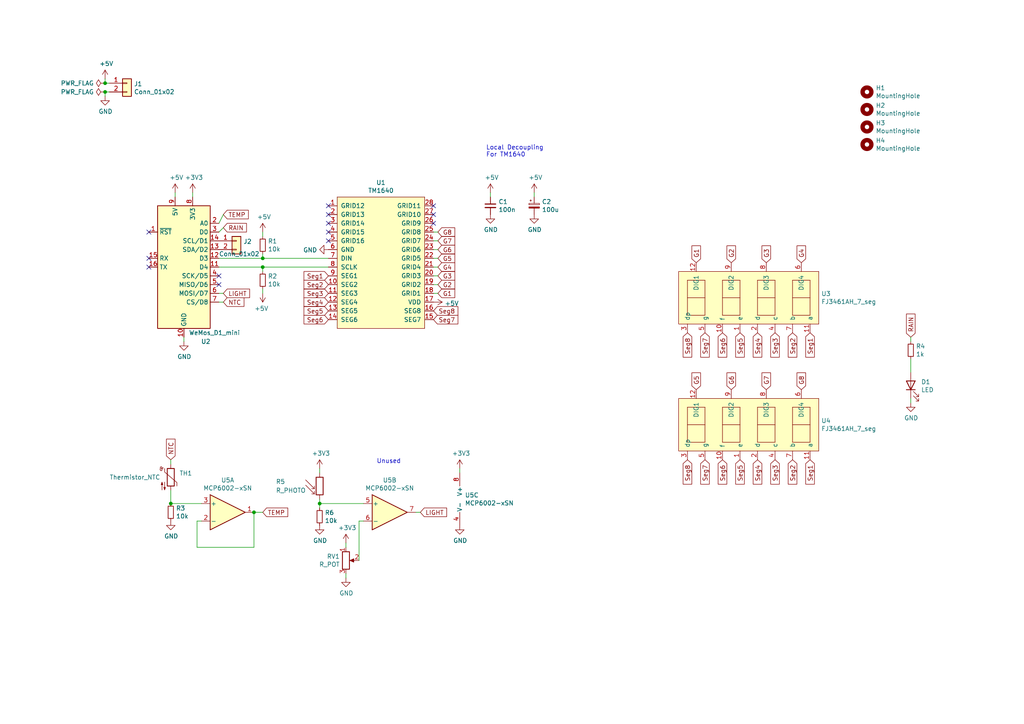
<source format=kicad_sch>
(kicad_sch (version 20211123) (generator eeschema)

  (uuid a062f88f-2948-4763-b6d1-5678e6b9e205)

  (paper "A4")

  (lib_symbols
    (symbol "Amplifier_Operational:MCP6002-xSN" (pin_names (offset 0.127)) (in_bom yes) (on_board yes)
      (property "Reference" "U" (id 0) (at 0 5.08 0)
        (effects (font (size 1.27 1.27)) (justify left))
      )
      (property "Value" "MCP6002-xSN" (id 1) (at 0 -5.08 0)
        (effects (font (size 1.27 1.27)) (justify left))
      )
      (property "Footprint" "" (id 2) (at 0 0 0)
        (effects (font (size 1.27 1.27)) hide)
      )
      (property "Datasheet" "http://ww1.microchip.com/downloads/en/DeviceDoc/21733j.pdf" (id 3) (at 0 0 0)
        (effects (font (size 1.27 1.27)) hide)
      )
      (property "ki_locked" "" (id 4) (at 0 0 0)
        (effects (font (size 1.27 1.27)))
      )
      (property "ki_keywords" "dual opamp" (id 5) (at 0 0 0)
        (effects (font (size 1.27 1.27)) hide)
      )
      (property "ki_description" "1MHz, Low-Power Op Amp, SOIC-8" (id 6) (at 0 0 0)
        (effects (font (size 1.27 1.27)) hide)
      )
      (property "ki_fp_filters" "SOIC*3.9x4.9mm*P1.27mm* DIP*W7.62mm* TO*99* OnSemi*Micro8* TSSOP*3x3mm*P0.65mm* TSSOP*4.4x3mm*P0.65mm* MSOP*3x3mm*P0.65mm* SSOP*3.9x4.9mm*P0.635mm* LFCSP*2x2mm*P0.5mm* *SIP* SOIC*5.3x6.2mm*P1.27mm*" (id 7) (at 0 0 0)
        (effects (font (size 1.27 1.27)) hide)
      )
      (symbol "MCP6002-xSN_1_1"
        (polyline
          (pts
            (xy -5.08 5.08)
            (xy 5.08 0)
            (xy -5.08 -5.08)
            (xy -5.08 5.08)
          )
          (stroke (width 0.254) (type default) (color 0 0 0 0))
          (fill (type background))
        )
        (pin output line (at 7.62 0 180) (length 2.54)
          (name "~" (effects (font (size 1.27 1.27))))
          (number "1" (effects (font (size 1.27 1.27))))
        )
        (pin input line (at -7.62 -2.54 0) (length 2.54)
          (name "-" (effects (font (size 1.27 1.27))))
          (number "2" (effects (font (size 1.27 1.27))))
        )
        (pin input line (at -7.62 2.54 0) (length 2.54)
          (name "+" (effects (font (size 1.27 1.27))))
          (number "3" (effects (font (size 1.27 1.27))))
        )
      )
      (symbol "MCP6002-xSN_2_1"
        (polyline
          (pts
            (xy -5.08 5.08)
            (xy 5.08 0)
            (xy -5.08 -5.08)
            (xy -5.08 5.08)
          )
          (stroke (width 0.254) (type default) (color 0 0 0 0))
          (fill (type background))
        )
        (pin input line (at -7.62 2.54 0) (length 2.54)
          (name "+" (effects (font (size 1.27 1.27))))
          (number "5" (effects (font (size 1.27 1.27))))
        )
        (pin input line (at -7.62 -2.54 0) (length 2.54)
          (name "-" (effects (font (size 1.27 1.27))))
          (number "6" (effects (font (size 1.27 1.27))))
        )
        (pin output line (at 7.62 0 180) (length 2.54)
          (name "~" (effects (font (size 1.27 1.27))))
          (number "7" (effects (font (size 1.27 1.27))))
        )
      )
      (symbol "MCP6002-xSN_3_1"
        (pin power_in line (at -2.54 -7.62 90) (length 3.81)
          (name "V-" (effects (font (size 1.27 1.27))))
          (number "4" (effects (font (size 1.27 1.27))))
        )
        (pin power_in line (at -2.54 7.62 270) (length 3.81)
          (name "V+" (effects (font (size 1.27 1.27))))
          (number "8" (effects (font (size 1.27 1.27))))
        )
      )
    )
    (symbol "Connector_Generic:Conn_01x02" (pin_names (offset 1.016) hide) (in_bom yes) (on_board yes)
      (property "Reference" "J" (id 0) (at 0 2.54 0)
        (effects (font (size 1.27 1.27)))
      )
      (property "Value" "Conn_01x02" (id 1) (at 0 -5.08 0)
        (effects (font (size 1.27 1.27)))
      )
      (property "Footprint" "" (id 2) (at 0 0 0)
        (effects (font (size 1.27 1.27)) hide)
      )
      (property "Datasheet" "~" (id 3) (at 0 0 0)
        (effects (font (size 1.27 1.27)) hide)
      )
      (property "ki_keywords" "connector" (id 4) (at 0 0 0)
        (effects (font (size 1.27 1.27)) hide)
      )
      (property "ki_description" "Generic connector, single row, 01x02, script generated (kicad-library-utils/schlib/autogen/connector/)" (id 5) (at 0 0 0)
        (effects (font (size 1.27 1.27)) hide)
      )
      (property "ki_fp_filters" "Connector*:*_1x??_*" (id 6) (at 0 0 0)
        (effects (font (size 1.27 1.27)) hide)
      )
      (symbol "Conn_01x02_1_1"
        (rectangle (start -1.27 -2.413) (end 0 -2.667)
          (stroke (width 0.1524) (type default) (color 0 0 0 0))
          (fill (type none))
        )
        (rectangle (start -1.27 0.127) (end 0 -0.127)
          (stroke (width 0.1524) (type default) (color 0 0 0 0))
          (fill (type none))
        )
        (rectangle (start -1.27 1.27) (end 1.27 -3.81)
          (stroke (width 0.254) (type default) (color 0 0 0 0))
          (fill (type background))
        )
        (pin passive line (at -5.08 0 0) (length 3.81)
          (name "Pin_1" (effects (font (size 1.27 1.27))))
          (number "1" (effects (font (size 1.27 1.27))))
        )
        (pin passive line (at -5.08 -2.54 0) (length 3.81)
          (name "Pin_2" (effects (font (size 1.27 1.27))))
          (number "2" (effects (font (size 1.27 1.27))))
        )
      )
    )
    (symbol "Device:CP_Small" (pin_numbers hide) (pin_names (offset 0.254) hide) (in_bom yes) (on_board yes)
      (property "Reference" "C" (id 0) (at 0.254 1.778 0)
        (effects (font (size 1.27 1.27)) (justify left))
      )
      (property "Value" "Device_CP_Small" (id 1) (at 0.254 -2.032 0)
        (effects (font (size 1.27 1.27)) (justify left))
      )
      (property "Footprint" "" (id 2) (at 0 0 0)
        (effects (font (size 1.27 1.27)) hide)
      )
      (property "Datasheet" "" (id 3) (at 0 0 0)
        (effects (font (size 1.27 1.27)) hide)
      )
      (property "ki_fp_filters" "CP_*" (id 4) (at 0 0 0)
        (effects (font (size 1.27 1.27)) hide)
      )
      (symbol "CP_Small_0_1"
        (rectangle (start -1.524 -0.3048) (end 1.524 -0.6858)
          (stroke (width 0) (type default) (color 0 0 0 0))
          (fill (type outline))
        )
        (rectangle (start -1.524 0.6858) (end 1.524 0.3048)
          (stroke (width 0) (type default) (color 0 0 0 0))
          (fill (type none))
        )
        (polyline
          (pts
            (xy -1.27 1.524)
            (xy -0.762 1.524)
          )
          (stroke (width 0) (type default) (color 0 0 0 0))
          (fill (type none))
        )
        (polyline
          (pts
            (xy -1.016 1.27)
            (xy -1.016 1.778)
          )
          (stroke (width 0) (type default) (color 0 0 0 0))
          (fill (type none))
        )
      )
      (symbol "CP_Small_1_1"
        (pin passive line (at 0 2.54 270) (length 1.8542)
          (name "~" (effects (font (size 1.27 1.27))))
          (number "1" (effects (font (size 1.27 1.27))))
        )
        (pin passive line (at 0 -2.54 90) (length 1.8542)
          (name "~" (effects (font (size 1.27 1.27))))
          (number "2" (effects (font (size 1.27 1.27))))
        )
      )
    )
    (symbol "Device:C_Small" (pin_numbers hide) (pin_names (offset 0.254) hide) (in_bom yes) (on_board yes)
      (property "Reference" "C" (id 0) (at 0.254 1.778 0)
        (effects (font (size 1.27 1.27)) (justify left))
      )
      (property "Value" "C_Small" (id 1) (at 0.254 -2.032 0)
        (effects (font (size 1.27 1.27)) (justify left))
      )
      (property "Footprint" "" (id 2) (at 0 0 0)
        (effects (font (size 1.27 1.27)) hide)
      )
      (property "Datasheet" "~" (id 3) (at 0 0 0)
        (effects (font (size 1.27 1.27)) hide)
      )
      (property "ki_keywords" "capacitor cap" (id 4) (at 0 0 0)
        (effects (font (size 1.27 1.27)) hide)
      )
      (property "ki_description" "Unpolarized capacitor, small symbol" (id 5) (at 0 0 0)
        (effects (font (size 1.27 1.27)) hide)
      )
      (property "ki_fp_filters" "C_*" (id 6) (at 0 0 0)
        (effects (font (size 1.27 1.27)) hide)
      )
      (symbol "C_Small_0_1"
        (polyline
          (pts
            (xy -1.524 -0.508)
            (xy 1.524 -0.508)
          )
          (stroke (width 0.3302) (type default) (color 0 0 0 0))
          (fill (type none))
        )
        (polyline
          (pts
            (xy -1.524 0.508)
            (xy 1.524 0.508)
          )
          (stroke (width 0.3048) (type default) (color 0 0 0 0))
          (fill (type none))
        )
      )
      (symbol "C_Small_1_1"
        (pin passive line (at 0 2.54 270) (length 2.032)
          (name "~" (effects (font (size 1.27 1.27))))
          (number "1" (effects (font (size 1.27 1.27))))
        )
        (pin passive line (at 0 -2.54 90) (length 2.032)
          (name "~" (effects (font (size 1.27 1.27))))
          (number "2" (effects (font (size 1.27 1.27))))
        )
      )
    )
    (symbol "Device:LED" (pin_numbers hide) (pin_names (offset 1.016) hide) (in_bom yes) (on_board yes)
      (property "Reference" "D" (id 0) (at 0 2.54 0)
        (effects (font (size 1.27 1.27)))
      )
      (property "Value" "LED" (id 1) (at 0 -2.54 0)
        (effects (font (size 1.27 1.27)))
      )
      (property "Footprint" "" (id 2) (at 0 0 0)
        (effects (font (size 1.27 1.27)) hide)
      )
      (property "Datasheet" "~" (id 3) (at 0 0 0)
        (effects (font (size 1.27 1.27)) hide)
      )
      (property "ki_keywords" "LED diode" (id 4) (at 0 0 0)
        (effects (font (size 1.27 1.27)) hide)
      )
      (property "ki_description" "Light emitting diode" (id 5) (at 0 0 0)
        (effects (font (size 1.27 1.27)) hide)
      )
      (property "ki_fp_filters" "LED* LED_SMD:* LED_THT:*" (id 6) (at 0 0 0)
        (effects (font (size 1.27 1.27)) hide)
      )
      (symbol "LED_0_1"
        (polyline
          (pts
            (xy -1.27 -1.27)
            (xy -1.27 1.27)
          )
          (stroke (width 0.254) (type default) (color 0 0 0 0))
          (fill (type none))
        )
        (polyline
          (pts
            (xy -1.27 0)
            (xy 1.27 0)
          )
          (stroke (width 0) (type default) (color 0 0 0 0))
          (fill (type none))
        )
        (polyline
          (pts
            (xy 1.27 -1.27)
            (xy 1.27 1.27)
            (xy -1.27 0)
            (xy 1.27 -1.27)
          )
          (stroke (width 0.254) (type default) (color 0 0 0 0))
          (fill (type none))
        )
        (polyline
          (pts
            (xy -3.048 -0.762)
            (xy -4.572 -2.286)
            (xy -3.81 -2.286)
            (xy -4.572 -2.286)
            (xy -4.572 -1.524)
          )
          (stroke (width 0) (type default) (color 0 0 0 0))
          (fill (type none))
        )
        (polyline
          (pts
            (xy -1.778 -0.762)
            (xy -3.302 -2.286)
            (xy -2.54 -2.286)
            (xy -3.302 -2.286)
            (xy -3.302 -1.524)
          )
          (stroke (width 0) (type default) (color 0 0 0 0))
          (fill (type none))
        )
      )
      (symbol "LED_1_1"
        (pin passive line (at -3.81 0 0) (length 2.54)
          (name "K" (effects (font (size 1.27 1.27))))
          (number "1" (effects (font (size 1.27 1.27))))
        )
        (pin passive line (at 3.81 0 180) (length 2.54)
          (name "A" (effects (font (size 1.27 1.27))))
          (number "2" (effects (font (size 1.27 1.27))))
        )
      )
    )
    (symbol "Device:R_PHOTO" (pin_numbers hide) (pin_names (offset 0)) (in_bom yes) (on_board yes)
      (property "Reference" "R" (id 0) (at 1.27 1.27 0)
        (effects (font (size 1.27 1.27)) (justify left))
      )
      (property "Value" "Device_R_PHOTO" (id 1) (at 1.27 0 0)
        (effects (font (size 1.27 1.27)) (justify left top))
      )
      (property "Footprint" "" (id 2) (at 1.27 -6.35 90)
        (effects (font (size 1.27 1.27)) (justify left) hide)
      )
      (property "Datasheet" "" (id 3) (at 0 -1.27 0)
        (effects (font (size 1.27 1.27)) hide)
      )
      (property "ki_fp_filters" "*LDR* R?LDR*" (id 4) (at 0 0 0)
        (effects (font (size 1.27 1.27)) hide)
      )
      (symbol "R_PHOTO_0_1"
        (rectangle (start -1.016 2.54) (end 1.016 -2.54)
          (stroke (width 0.254) (type default) (color 0 0 0 0))
          (fill (type none))
        )
        (polyline
          (pts
            (xy -1.524 -2.286)
            (xy -4.064 0.254)
          )
          (stroke (width 0) (type default) (color 0 0 0 0))
          (fill (type none))
        )
        (polyline
          (pts
            (xy -1.524 -2.286)
            (xy -2.286 -2.286)
          )
          (stroke (width 0) (type default) (color 0 0 0 0))
          (fill (type none))
        )
        (polyline
          (pts
            (xy -1.524 -2.286)
            (xy -1.524 -1.524)
          )
          (stroke (width 0) (type default) (color 0 0 0 0))
          (fill (type none))
        )
        (polyline
          (pts
            (xy -1.524 -0.762)
            (xy -4.064 1.778)
          )
          (stroke (width 0) (type default) (color 0 0 0 0))
          (fill (type none))
        )
        (polyline
          (pts
            (xy -1.524 -0.762)
            (xy -2.286 -0.762)
          )
          (stroke (width 0) (type default) (color 0 0 0 0))
          (fill (type none))
        )
        (polyline
          (pts
            (xy -1.524 -0.762)
            (xy -1.524 0)
          )
          (stroke (width 0) (type default) (color 0 0 0 0))
          (fill (type none))
        )
      )
      (symbol "R_PHOTO_1_1"
        (pin passive line (at 0 3.81 270) (length 1.27)
          (name "~" (effects (font (size 1.27 1.27))))
          (number "1" (effects (font (size 1.27 1.27))))
        )
        (pin passive line (at 0 -3.81 90) (length 1.27)
          (name "~" (effects (font (size 1.27 1.27))))
          (number "2" (effects (font (size 1.27 1.27))))
        )
      )
    )
    (symbol "Device:R_POT" (pin_names (offset 1.016) hide) (in_bom yes) (on_board yes)
      (property "Reference" "RV" (id 0) (at -4.445 0 90)
        (effects (font (size 1.27 1.27)))
      )
      (property "Value" "Device_R_POT" (id 1) (at -2.54 0 90)
        (effects (font (size 1.27 1.27)))
      )
      (property "Footprint" "" (id 2) (at 0 0 0)
        (effects (font (size 1.27 1.27)) hide)
      )
      (property "Datasheet" "" (id 3) (at 0 0 0)
        (effects (font (size 1.27 1.27)) hide)
      )
      (property "ki_fp_filters" "Potentiometer*" (id 4) (at 0 0 0)
        (effects (font (size 1.27 1.27)) hide)
      )
      (symbol "R_POT_0_1"
        (polyline
          (pts
            (xy 2.54 0)
            (xy 1.524 0)
          )
          (stroke (width 0) (type default) (color 0 0 0 0))
          (fill (type none))
        )
        (polyline
          (pts
            (xy 1.143 0)
            (xy 2.286 0.508)
            (xy 2.286 -0.508)
            (xy 1.143 0)
          )
          (stroke (width 0) (type default) (color 0 0 0 0))
          (fill (type outline))
        )
        (rectangle (start 1.016 2.54) (end -1.016 -2.54)
          (stroke (width 0.254) (type default) (color 0 0 0 0))
          (fill (type none))
        )
      )
      (symbol "R_POT_1_1"
        (pin passive line (at 0 3.81 270) (length 1.27)
          (name "1" (effects (font (size 1.27 1.27))))
          (number "1" (effects (font (size 1.27 1.27))))
        )
        (pin passive line (at 3.81 0 180) (length 1.27)
          (name "2" (effects (font (size 1.27 1.27))))
          (number "2" (effects (font (size 1.27 1.27))))
        )
        (pin passive line (at 0 -3.81 90) (length 1.27)
          (name "3" (effects (font (size 1.27 1.27))))
          (number "3" (effects (font (size 1.27 1.27))))
        )
      )
    )
    (symbol "Device:R_Small" (pin_numbers hide) (pin_names (offset 0.254) hide) (in_bom yes) (on_board yes)
      (property "Reference" "R" (id 0) (at 0.762 0.508 0)
        (effects (font (size 1.27 1.27)) (justify left))
      )
      (property "Value" "R_Small" (id 1) (at 0.762 -1.016 0)
        (effects (font (size 1.27 1.27)) (justify left))
      )
      (property "Footprint" "" (id 2) (at 0 0 0)
        (effects (font (size 1.27 1.27)) hide)
      )
      (property "Datasheet" "~" (id 3) (at 0 0 0)
        (effects (font (size 1.27 1.27)) hide)
      )
      (property "ki_keywords" "R resistor" (id 4) (at 0 0 0)
        (effects (font (size 1.27 1.27)) hide)
      )
      (property "ki_description" "Resistor, small symbol" (id 5) (at 0 0 0)
        (effects (font (size 1.27 1.27)) hide)
      )
      (property "ki_fp_filters" "R_*" (id 6) (at 0 0 0)
        (effects (font (size 1.27 1.27)) hide)
      )
      (symbol "R_Small_0_1"
        (rectangle (start -0.762 1.778) (end 0.762 -1.778)
          (stroke (width 0.2032) (type default) (color 0 0 0 0))
          (fill (type none))
        )
      )
      (symbol "R_Small_1_1"
        (pin passive line (at 0 2.54 270) (length 0.762)
          (name "~" (effects (font (size 1.27 1.27))))
          (number "1" (effects (font (size 1.27 1.27))))
        )
        (pin passive line (at 0 -2.54 90) (length 0.762)
          (name "~" (effects (font (size 1.27 1.27))))
          (number "2" (effects (font (size 1.27 1.27))))
        )
      )
    )
    (symbol "Device:Thermistor_NTC" (pin_numbers hide) (pin_names (offset 0)) (in_bom yes) (on_board yes)
      (property "Reference" "TH" (id 0) (at -4.445 0 90)
        (effects (font (size 1.27 1.27)))
      )
      (property "Value" "Thermistor_NTC" (id 1) (at 3.175 0 90)
        (effects (font (size 1.27 1.27)))
      )
      (property "Footprint" "" (id 2) (at 0 1.27 0)
        (effects (font (size 1.27 1.27)) hide)
      )
      (property "Datasheet" "~" (id 3) (at 0 1.27 0)
        (effects (font (size 1.27 1.27)) hide)
      )
      (property "ki_keywords" "thermistor NTC resistor sensor RTD" (id 4) (at 0 0 0)
        (effects (font (size 1.27 1.27)) hide)
      )
      (property "ki_description" "Temperature dependent resistor, negative temperature coefficient" (id 5) (at 0 0 0)
        (effects (font (size 1.27 1.27)) hide)
      )
      (property "ki_fp_filters" "*NTC* *Thermistor* PIN?ARRAY* bornier* *Terminal?Block* R_*" (id 6) (at 0 0 0)
        (effects (font (size 1.27 1.27)) hide)
      )
      (symbol "Thermistor_NTC_0_1"
        (arc (start -3.048 2.159) (mid -3.0505 2.3165) (end -3.175 2.413)
          (stroke (width 0) (type default) (color 0 0 0 0))
          (fill (type none))
        )
        (arc (start -3.048 2.159) (mid -2.9736 1.9794) (end -2.794 1.905)
          (stroke (width 0) (type default) (color 0 0 0 0))
          (fill (type none))
        )
        (arc (start -3.048 2.794) (mid -2.9736 2.6144) (end -2.794 2.54)
          (stroke (width 0) (type default) (color 0 0 0 0))
          (fill (type none))
        )
        (arc (start -2.794 1.905) (mid -2.6144 1.9794) (end -2.54 2.159)
          (stroke (width 0) (type default) (color 0 0 0 0))
          (fill (type none))
        )
        (arc (start -2.794 2.54) (mid -2.434 2.5608) (end -2.159 2.794)
          (stroke (width 0) (type default) (color 0 0 0 0))
          (fill (type none))
        )
        (arc (start -2.794 3.048) (mid -2.9736 2.9736) (end -3.048 2.794)
          (stroke (width 0) (type default) (color 0 0 0 0))
          (fill (type none))
        )
        (arc (start -2.54 2.794) (mid -2.6144 2.9736) (end -2.794 3.048)
          (stroke (width 0) (type default) (color 0 0 0 0))
          (fill (type none))
        )
        (rectangle (start -1.016 2.54) (end 1.016 -2.54)
          (stroke (width 0.254) (type default) (color 0 0 0 0))
          (fill (type none))
        )
        (polyline
          (pts
            (xy -2.54 2.159)
            (xy -2.54 2.794)
          )
          (stroke (width 0) (type default) (color 0 0 0 0))
          (fill (type none))
        )
        (polyline
          (pts
            (xy -1.778 2.54)
            (xy -1.778 1.524)
            (xy 1.778 -1.524)
            (xy 1.778 -2.54)
          )
          (stroke (width 0) (type default) (color 0 0 0 0))
          (fill (type none))
        )
        (polyline
          (pts
            (xy -2.54 -3.683)
            (xy -2.54 -1.397)
            (xy -2.794 -2.159)
            (xy -2.286 -2.159)
            (xy -2.54 -1.397)
            (xy -2.54 -1.651)
          )
          (stroke (width 0) (type default) (color 0 0 0 0))
          (fill (type outline))
        )
        (polyline
          (pts
            (xy -1.778 -1.397)
            (xy -1.778 -3.683)
            (xy -2.032 -2.921)
            (xy -1.524 -2.921)
            (xy -1.778 -3.683)
            (xy -1.778 -3.429)
          )
          (stroke (width 0) (type default) (color 0 0 0 0))
          (fill (type outline))
        )
      )
      (symbol "Thermistor_NTC_1_1"
        (pin passive line (at 0 3.81 270) (length 1.27)
          (name "~" (effects (font (size 1.27 1.27))))
          (number "1" (effects (font (size 1.27 1.27))))
        )
        (pin passive line (at 0 -3.81 90) (length 1.27)
          (name "~" (effects (font (size 1.27 1.27))))
          (number "2" (effects (font (size 1.27 1.27))))
        )
      )
    )
    (symbol "MCU_Module:WeMos_D1_mini" (in_bom yes) (on_board yes)
      (property "Reference" "U" (id 0) (at 3.81 19.05 0)
        (effects (font (size 1.27 1.27)) (justify left))
      )
      (property "Value" "WeMos_D1_mini" (id 1) (at 1.27 -19.05 0)
        (effects (font (size 1.27 1.27)) (justify left))
      )
      (property "Footprint" "Module:WEMOS_D1_mini_light" (id 2) (at 0 -29.21 0)
        (effects (font (size 1.27 1.27)) hide)
      )
      (property "Datasheet" "https://wiki.wemos.cc/products:d1:d1_mini#documentation" (id 3) (at -46.99 -29.21 0)
        (effects (font (size 1.27 1.27)) hide)
      )
      (property "ki_keywords" "ESP8266 WiFi microcontroller ESP8266EX" (id 4) (at 0 0 0)
        (effects (font (size 1.27 1.27)) hide)
      )
      (property "ki_description" "32-bit microcontroller module with WiFi" (id 5) (at 0 0 0)
        (effects (font (size 1.27 1.27)) hide)
      )
      (property "ki_fp_filters" "WEMOS*D1*mini*" (id 6) (at 0 0 0)
        (effects (font (size 1.27 1.27)) hide)
      )
      (symbol "WeMos_D1_mini_1_1"
        (rectangle (start -7.62 17.78) (end 7.62 -17.78)
          (stroke (width 0.254) (type default) (color 0 0 0 0))
          (fill (type background))
        )
        (pin input line (at -10.16 10.16 0) (length 2.54)
          (name "~{RST}" (effects (font (size 1.27 1.27))))
          (number "1" (effects (font (size 1.27 1.27))))
        )
        (pin power_in line (at 0 -20.32 90) (length 2.54)
          (name "GND" (effects (font (size 1.27 1.27))))
          (number "10" (effects (font (size 1.27 1.27))))
        )
        (pin bidirectional line (at 10.16 0 180) (length 2.54)
          (name "D4" (effects (font (size 1.27 1.27))))
          (number "11" (effects (font (size 1.27 1.27))))
        )
        (pin bidirectional line (at 10.16 2.54 180) (length 2.54)
          (name "D3" (effects (font (size 1.27 1.27))))
          (number "12" (effects (font (size 1.27 1.27))))
        )
        (pin bidirectional line (at 10.16 5.08 180) (length 2.54)
          (name "SDA/D2" (effects (font (size 1.27 1.27))))
          (number "13" (effects (font (size 1.27 1.27))))
        )
        (pin bidirectional line (at 10.16 7.62 180) (length 2.54)
          (name "SCL/D1" (effects (font (size 1.27 1.27))))
          (number "14" (effects (font (size 1.27 1.27))))
        )
        (pin input line (at -10.16 2.54 0) (length 2.54)
          (name "RX" (effects (font (size 1.27 1.27))))
          (number "15" (effects (font (size 1.27 1.27))))
        )
        (pin output line (at -10.16 0 0) (length 2.54)
          (name "TX" (effects (font (size 1.27 1.27))))
          (number "16" (effects (font (size 1.27 1.27))))
        )
        (pin input line (at 10.16 12.7 180) (length 2.54)
          (name "A0" (effects (font (size 1.27 1.27))))
          (number "2" (effects (font (size 1.27 1.27))))
        )
        (pin bidirectional line (at 10.16 10.16 180) (length 2.54)
          (name "D0" (effects (font (size 1.27 1.27))))
          (number "3" (effects (font (size 1.27 1.27))))
        )
        (pin bidirectional line (at 10.16 -2.54 180) (length 2.54)
          (name "SCK/D5" (effects (font (size 1.27 1.27))))
          (number "4" (effects (font (size 1.27 1.27))))
        )
        (pin bidirectional line (at 10.16 -5.08 180) (length 2.54)
          (name "MISO/D6" (effects (font (size 1.27 1.27))))
          (number "5" (effects (font (size 1.27 1.27))))
        )
        (pin bidirectional line (at 10.16 -7.62 180) (length 2.54)
          (name "MOSI/D7" (effects (font (size 1.27 1.27))))
          (number "6" (effects (font (size 1.27 1.27))))
        )
        (pin bidirectional line (at 10.16 -10.16 180) (length 2.54)
          (name "CS/D8" (effects (font (size 1.27 1.27))))
          (number "7" (effects (font (size 1.27 1.27))))
        )
        (pin power_out line (at 2.54 20.32 270) (length 2.54)
          (name "3V3" (effects (font (size 1.27 1.27))))
          (number "8" (effects (font (size 1.27 1.27))))
        )
        (pin power_in line (at -2.54 20.32 270) (length 2.54)
          (name "5V" (effects (font (size 1.27 1.27))))
          (number "9" (effects (font (size 1.27 1.27))))
        )
      )
    )
    (symbol "Mechanical:MountingHole" (pin_names (offset 1.016)) (in_bom yes) (on_board yes)
      (property "Reference" "H" (id 0) (at 0 5.08 0)
        (effects (font (size 1.27 1.27)))
      )
      (property "Value" "MountingHole" (id 1) (at 0 3.175 0)
        (effects (font (size 1.27 1.27)))
      )
      (property "Footprint" "" (id 2) (at 0 0 0)
        (effects (font (size 1.27 1.27)) hide)
      )
      (property "Datasheet" "~" (id 3) (at 0 0 0)
        (effects (font (size 1.27 1.27)) hide)
      )
      (property "ki_keywords" "mounting hole" (id 4) (at 0 0 0)
        (effects (font (size 1.27 1.27)) hide)
      )
      (property "ki_description" "Mounting Hole without connection" (id 5) (at 0 0 0)
        (effects (font (size 1.27 1.27)) hide)
      )
      (property "ki_fp_filters" "MountingHole*" (id 6) (at 0 0 0)
        (effects (font (size 1.27 1.27)) hide)
      )
      (symbol "MountingHole_0_1"
        (circle (center 0 0) (radius 1.27)
          (stroke (width 1.27) (type default) (color 0 0 0 0))
          (fill (type none))
        )
      )
    )
    (symbol "components:FJ3461AH_7_seg" (pin_names (offset 1.016)) (in_bom yes) (on_board yes)
      (property "Reference" "U" (id 0) (at 0 15.24 0)
        (effects (font (size 1.27 1.27)))
      )
      (property "Value" "FJ3461AH_7_seg" (id 1) (at 0 15.24 0)
        (effects (font (size 1.27 1.27)))
      )
      (property "Footprint" "" (id 2) (at 0 15.24 0)
        (effects (font (size 1.27 1.27)) hide)
      )
      (property "Datasheet" "" (id 3) (at 0 15.24 0)
        (effects (font (size 1.27 1.27)) hide)
      )
      (symbol "FJ3461AH_7_seg_1_1"
        (rectangle (start -17.78 -7.62) (end 22.86 7.62)
          (stroke (width 0) (type default) (color 0 0 0 0))
          (fill (type background))
        )
        (rectangle (start -15.24 -5.08) (end -10.16 -5.08)
          (stroke (width 0) (type default) (color 0 0 0 0))
          (fill (type none))
        )
        (rectangle (start -15.24 5.08) (end -15.24 -5.08)
          (stroke (width 0) (type default) (color 0 0 0 0))
          (fill (type none))
        )
        (rectangle (start -15.24 5.08) (end -10.16 5.08)
          (stroke (width 0) (type default) (color 0 0 0 0))
          (fill (type none))
        )
        (rectangle (start -10.16 -5.08) (end -10.16 5.08)
          (stroke (width 0) (type default) (color 0 0 0 0))
          (fill (type none))
        )
        (rectangle (start -10.16 0) (end -15.24 0)
          (stroke (width 0) (type default) (color 0 0 0 0))
          (fill (type none))
        )
        (rectangle (start -5.08 -5.08) (end 0 -5.08)
          (stroke (width 0) (type default) (color 0 0 0 0))
          (fill (type none))
        )
        (rectangle (start -5.08 5.08) (end -5.08 -5.08)
          (stroke (width 0) (type default) (color 0 0 0 0))
          (fill (type none))
        )
        (rectangle (start -5.08 5.08) (end 0 5.08)
          (stroke (width 0) (type default) (color 0 0 0 0))
          (fill (type none))
        )
        (rectangle (start 0 -5.08) (end 0 5.08)
          (stroke (width 0) (type default) (color 0 0 0 0))
          (fill (type none))
        )
        (rectangle (start 0 0) (end -5.08 0)
          (stroke (width 0) (type default) (color 0 0 0 0))
          (fill (type none))
        )
        (rectangle (start 5.08 -5.08) (end 10.16 -5.08)
          (stroke (width 0) (type default) (color 0 0 0 0))
          (fill (type none))
        )
        (rectangle (start 5.08 5.08) (end 5.08 -5.08)
          (stroke (width 0) (type default) (color 0 0 0 0))
          (fill (type none))
        )
        (rectangle (start 5.08 5.08) (end 10.16 5.08)
          (stroke (width 0) (type default) (color 0 0 0 0))
          (fill (type none))
        )
        (rectangle (start 10.16 -5.08) (end 10.16 5.08)
          (stroke (width 0) (type default) (color 0 0 0 0))
          (fill (type none))
        )
        (rectangle (start 10.16 0) (end 5.08 0)
          (stroke (width 0) (type default) (color 0 0 0 0))
          (fill (type none))
        )
        (rectangle (start 15.24 -5.08) (end 20.32 -5.08)
          (stroke (width 0) (type default) (color 0 0 0 0))
          (fill (type none))
        )
        (rectangle (start 15.24 5.08) (end 15.24 -5.08)
          (stroke (width 0) (type default) (color 0 0 0 0))
          (fill (type none))
        )
        (rectangle (start 15.24 5.08) (end 20.32 5.08)
          (stroke (width 0) (type default) (color 0 0 0 0))
          (fill (type none))
        )
        (rectangle (start 20.32 -5.08) (end 20.32 5.08)
          (stroke (width 0) (type default) (color 0 0 0 0))
          (fill (type none))
        )
        (rectangle (start 20.32 0) (end 15.24 0)
          (stroke (width 0) (type default) (color 0 0 0 0))
          (fill (type none))
        )
        (pin passive line (at 0 -10.16 90) (length 2.54)
          (name "e" (effects (font (size 1.27 1.27))))
          (number "1" (effects (font (size 1.27 1.27))))
        )
        (pin passive line (at -5.08 -10.16 90) (length 2.54)
          (name "f" (effects (font (size 1.27 1.27))))
          (number "10" (effects (font (size 1.27 1.27))))
        )
        (pin passive line (at 20.32 -10.16 90) (length 2.54)
          (name "a" (effects (font (size 1.27 1.27))))
          (number "11" (effects (font (size 1.27 1.27))))
        )
        (pin passive line (at -12.7 10.16 270) (length 2.54)
          (name "DIG1" (effects (font (size 1.27 1.27))))
          (number "12" (effects (font (size 1.27 1.27))))
        )
        (pin passive line (at 5.08 -10.16 90) (length 2.54)
          (name "d" (effects (font (size 1.27 1.27))))
          (number "2" (effects (font (size 1.27 1.27))))
        )
        (pin passive line (at -15.24 -10.16 90) (length 2.54)
          (name "dp" (effects (font (size 1.27 1.27))))
          (number "3" (effects (font (size 1.27 1.27))))
        )
        (pin passive line (at 10.16 -10.16 90) (length 2.54)
          (name "c" (effects (font (size 1.27 1.27))))
          (number "4" (effects (font (size 1.27 1.27))))
        )
        (pin passive line (at -10.16 -10.16 90) (length 2.54)
          (name "g" (effects (font (size 1.27 1.27))))
          (number "5" (effects (font (size 1.27 1.27))))
        )
        (pin passive line (at 17.78 10.16 270) (length 2.54)
          (name "DIG4" (effects (font (size 1.27 1.27))))
          (number "6" (effects (font (size 1.27 1.27))))
        )
        (pin passive line (at 15.24 -10.16 90) (length 2.54)
          (name "b" (effects (font (size 1.27 1.27))))
          (number "7" (effects (font (size 1.27 1.27))))
        )
        (pin passive line (at 7.62 10.16 270) (length 2.54)
          (name "DIG3" (effects (font (size 1.27 1.27))))
          (number "8" (effects (font (size 1.27 1.27))))
        )
        (pin passive line (at -2.54 10.16 270) (length 2.54)
          (name "DIG2" (effects (font (size 1.27 1.27))))
          (number "9" (effects (font (size 1.27 1.27))))
        )
      )
    )
    (symbol "components:TM1640" (pin_names (offset 1.016)) (in_bom yes) (on_board yes)
      (property "Reference" "U" (id 0) (at 0 19.05 0)
        (effects (font (size 1.27 1.27)))
      )
      (property "Value" "TM1640" (id 1) (at 0 16.51 0)
        (effects (font (size 1.27 1.27)))
      )
      (property "Footprint" "" (id 2) (at 0 0 0)
        (effects (font (size 1.27 1.27)) hide)
      )
      (property "Datasheet" "" (id 3) (at 0 0 0)
        (effects (font (size 1.27 1.27)) hide)
      )
      (symbol "TM1640_0_1"
        (rectangle (start -12.7 15.24) (end 12.7 -22.86)
          (stroke (width 0) (type default) (color 0 0 0 0))
          (fill (type background))
        )
      )
      (symbol "TM1640_1_1"
        (pin output line (at -15.24 12.7 0) (length 2.54)
          (name "GRID12" (effects (font (size 1.27 1.27))))
          (number "1" (effects (font (size 1.27 1.27))))
        )
        (pin output line (at -15.24 -10.16 0) (length 2.54)
          (name "SEG2" (effects (font (size 1.27 1.27))))
          (number "10" (effects (font (size 1.27 1.27))))
        )
        (pin output line (at -15.24 -12.7 0) (length 2.54)
          (name "SEG3" (effects (font (size 1.27 1.27))))
          (number "11" (effects (font (size 1.27 1.27))))
        )
        (pin output line (at -15.24 -15.24 0) (length 2.54)
          (name "SEG4" (effects (font (size 1.27 1.27))))
          (number "12" (effects (font (size 1.27 1.27))))
        )
        (pin output line (at -15.24 -17.78 0) (length 2.54)
          (name "SEG5" (effects (font (size 1.27 1.27))))
          (number "13" (effects (font (size 1.27 1.27))))
        )
        (pin output line (at -15.24 -20.32 0) (length 2.54)
          (name "SEG6" (effects (font (size 1.27 1.27))))
          (number "14" (effects (font (size 1.27 1.27))))
        )
        (pin output line (at 15.24 -20.32 180) (length 2.54)
          (name "SEG7" (effects (font (size 1.27 1.27))))
          (number "15" (effects (font (size 1.27 1.27))))
        )
        (pin output line (at 15.24 -17.78 180) (length 2.54)
          (name "SEG8" (effects (font (size 1.27 1.27))))
          (number "16" (effects (font (size 1.27 1.27))))
        )
        (pin output line (at 15.24 -15.24 180) (length 2.54)
          (name "VDD" (effects (font (size 1.27 1.27))))
          (number "17" (effects (font (size 1.27 1.27))))
        )
        (pin output line (at 15.24 -12.7 180) (length 2.54)
          (name "GRID1" (effects (font (size 1.27 1.27))))
          (number "18" (effects (font (size 1.27 1.27))))
        )
        (pin output line (at 15.24 -10.16 180) (length 2.54)
          (name "GRID2" (effects (font (size 1.27 1.27))))
          (number "19" (effects (font (size 1.27 1.27))))
        )
        (pin output line (at -15.24 10.16 0) (length 2.54)
          (name "GRID13" (effects (font (size 1.27 1.27))))
          (number "2" (effects (font (size 1.27 1.27))))
        )
        (pin output line (at 15.24 -7.62 180) (length 2.54)
          (name "GRID3" (effects (font (size 1.27 1.27))))
          (number "20" (effects (font (size 1.27 1.27))))
        )
        (pin output line (at 15.24 -5.08 180) (length 2.54)
          (name "GRID4" (effects (font (size 1.27 1.27))))
          (number "21" (effects (font (size 1.27 1.27))))
        )
        (pin output line (at 15.24 -2.54 180) (length 2.54)
          (name "GRID5" (effects (font (size 1.27 1.27))))
          (number "22" (effects (font (size 1.27 1.27))))
        )
        (pin output line (at 15.24 0 180) (length 2.54)
          (name "GRID6" (effects (font (size 1.27 1.27))))
          (number "23" (effects (font (size 1.27 1.27))))
        )
        (pin output line (at 15.24 2.54 180) (length 2.54)
          (name "GRID7" (effects (font (size 1.27 1.27))))
          (number "24" (effects (font (size 1.27 1.27))))
        )
        (pin output line (at 15.24 5.08 180) (length 2.54)
          (name "GRID8" (effects (font (size 1.27 1.27))))
          (number "25" (effects (font (size 1.27 1.27))))
        )
        (pin output line (at 15.24 7.62 180) (length 2.54)
          (name "GRID9" (effects (font (size 1.27 1.27))))
          (number "26" (effects (font (size 1.27 1.27))))
        )
        (pin output line (at 15.24 10.16 180) (length 2.54)
          (name "GRID10" (effects (font (size 1.27 1.27))))
          (number "27" (effects (font (size 1.27 1.27))))
        )
        (pin output line (at 15.24 12.7 180) (length 2.54)
          (name "GRID11" (effects (font (size 1.27 1.27))))
          (number "28" (effects (font (size 1.27 1.27))))
        )
        (pin output line (at -15.24 7.62 0) (length 2.54)
          (name "GRID14" (effects (font (size 1.27 1.27))))
          (number "3" (effects (font (size 1.27 1.27))))
        )
        (pin output line (at -15.24 5.08 0) (length 2.54)
          (name "GRID15" (effects (font (size 1.27 1.27))))
          (number "4" (effects (font (size 1.27 1.27))))
        )
        (pin output line (at -15.24 2.54 0) (length 2.54)
          (name "GRID16" (effects (font (size 1.27 1.27))))
          (number "5" (effects (font (size 1.27 1.27))))
        )
        (pin output line (at -15.24 0 0) (length 2.54)
          (name "GND" (effects (font (size 1.27 1.27))))
          (number "6" (effects (font (size 1.27 1.27))))
        )
        (pin input line (at -15.24 -2.54 0) (length 2.54)
          (name "DIN" (effects (font (size 1.27 1.27))))
          (number "7" (effects (font (size 1.27 1.27))))
        )
        (pin input line (at -15.24 -5.08 0) (length 2.54)
          (name "SCLK" (effects (font (size 1.27 1.27))))
          (number "8" (effects (font (size 1.27 1.27))))
        )
        (pin output line (at -15.24 -7.62 0) (length 2.54)
          (name "SEG1" (effects (font (size 1.27 1.27))))
          (number "9" (effects (font (size 1.27 1.27))))
        )
      )
    )
    (symbol "power:+3V3" (power) (pin_names (offset 0)) (in_bom yes) (on_board yes)
      (property "Reference" "#PWR" (id 0) (at 0 -3.81 0)
        (effects (font (size 1.27 1.27)) hide)
      )
      (property "Value" "+3V3" (id 1) (at 0 3.556 0)
        (effects (font (size 1.27 1.27)))
      )
      (property "Footprint" "" (id 2) (at 0 0 0)
        (effects (font (size 1.27 1.27)) hide)
      )
      (property "Datasheet" "" (id 3) (at 0 0 0)
        (effects (font (size 1.27 1.27)) hide)
      )
      (property "ki_keywords" "power-flag" (id 4) (at 0 0 0)
        (effects (font (size 1.27 1.27)) hide)
      )
      (property "ki_description" "Power symbol creates a global label with name \"+3V3\"" (id 5) (at 0 0 0)
        (effects (font (size 1.27 1.27)) hide)
      )
      (symbol "+3V3_0_1"
        (polyline
          (pts
            (xy -0.762 1.27)
            (xy 0 2.54)
          )
          (stroke (width 0) (type default) (color 0 0 0 0))
          (fill (type none))
        )
        (polyline
          (pts
            (xy 0 0)
            (xy 0 2.54)
          )
          (stroke (width 0) (type default) (color 0 0 0 0))
          (fill (type none))
        )
        (polyline
          (pts
            (xy 0 2.54)
            (xy 0.762 1.27)
          )
          (stroke (width 0) (type default) (color 0 0 0 0))
          (fill (type none))
        )
      )
      (symbol "+3V3_1_1"
        (pin power_in line (at 0 0 90) (length 0) hide
          (name "+3V3" (effects (font (size 1.27 1.27))))
          (number "1" (effects (font (size 1.27 1.27))))
        )
      )
    )
    (symbol "power:+5V" (power) (pin_names (offset 0)) (in_bom yes) (on_board yes)
      (property "Reference" "#PWR" (id 0) (at 0 -3.81 0)
        (effects (font (size 1.27 1.27)) hide)
      )
      (property "Value" "+5V" (id 1) (at 0 3.556 0)
        (effects (font (size 1.27 1.27)))
      )
      (property "Footprint" "" (id 2) (at 0 0 0)
        (effects (font (size 1.27 1.27)) hide)
      )
      (property "Datasheet" "" (id 3) (at 0 0 0)
        (effects (font (size 1.27 1.27)) hide)
      )
      (property "ki_keywords" "power-flag" (id 4) (at 0 0 0)
        (effects (font (size 1.27 1.27)) hide)
      )
      (property "ki_description" "Power symbol creates a global label with name \"+5V\"" (id 5) (at 0 0 0)
        (effects (font (size 1.27 1.27)) hide)
      )
      (symbol "+5V_0_1"
        (polyline
          (pts
            (xy -0.762 1.27)
            (xy 0 2.54)
          )
          (stroke (width 0) (type default) (color 0 0 0 0))
          (fill (type none))
        )
        (polyline
          (pts
            (xy 0 0)
            (xy 0 2.54)
          )
          (stroke (width 0) (type default) (color 0 0 0 0))
          (fill (type none))
        )
        (polyline
          (pts
            (xy 0 2.54)
            (xy 0.762 1.27)
          )
          (stroke (width 0) (type default) (color 0 0 0 0))
          (fill (type none))
        )
      )
      (symbol "+5V_1_1"
        (pin power_in line (at 0 0 90) (length 0) hide
          (name "+5V" (effects (font (size 1.27 1.27))))
          (number "1" (effects (font (size 1.27 1.27))))
        )
      )
    )
    (symbol "power:GND" (power) (pin_names (offset 0)) (in_bom yes) (on_board yes)
      (property "Reference" "#PWR" (id 0) (at 0 -6.35 0)
        (effects (font (size 1.27 1.27)) hide)
      )
      (property "Value" "GND" (id 1) (at 0 -3.81 0)
        (effects (font (size 1.27 1.27)))
      )
      (property "Footprint" "" (id 2) (at 0 0 0)
        (effects (font (size 1.27 1.27)) hide)
      )
      (property "Datasheet" "" (id 3) (at 0 0 0)
        (effects (font (size 1.27 1.27)) hide)
      )
      (property "ki_keywords" "power-flag" (id 4) (at 0 0 0)
        (effects (font (size 1.27 1.27)) hide)
      )
      (property "ki_description" "Power symbol creates a global label with name \"GND\" , ground" (id 5) (at 0 0 0)
        (effects (font (size 1.27 1.27)) hide)
      )
      (symbol "GND_0_1"
        (polyline
          (pts
            (xy 0 0)
            (xy 0 -1.27)
            (xy 1.27 -1.27)
            (xy 0 -2.54)
            (xy -1.27 -1.27)
            (xy 0 -1.27)
          )
          (stroke (width 0) (type default) (color 0 0 0 0))
          (fill (type none))
        )
      )
      (symbol "GND_1_1"
        (pin power_in line (at 0 0 270) (length 0) hide
          (name "GND" (effects (font (size 1.27 1.27))))
          (number "1" (effects (font (size 1.27 1.27))))
        )
      )
    )
    (symbol "power:PWR_FLAG" (power) (pin_numbers hide) (pin_names (offset 0) hide) (in_bom yes) (on_board yes)
      (property "Reference" "#FLG" (id 0) (at 0 1.905 0)
        (effects (font (size 1.27 1.27)) hide)
      )
      (property "Value" "PWR_FLAG" (id 1) (at 0 3.81 0)
        (effects (font (size 1.27 1.27)))
      )
      (property "Footprint" "" (id 2) (at 0 0 0)
        (effects (font (size 1.27 1.27)) hide)
      )
      (property "Datasheet" "~" (id 3) (at 0 0 0)
        (effects (font (size 1.27 1.27)) hide)
      )
      (property "ki_keywords" "power-flag" (id 4) (at 0 0 0)
        (effects (font (size 1.27 1.27)) hide)
      )
      (property "ki_description" "Special symbol for telling ERC where power comes from" (id 5) (at 0 0 0)
        (effects (font (size 1.27 1.27)) hide)
      )
      (symbol "PWR_FLAG_0_0"
        (pin power_out line (at 0 0 90) (length 0)
          (name "pwr" (effects (font (size 1.27 1.27))))
          (number "1" (effects (font (size 1.27 1.27))))
        )
      )
      (symbol "PWR_FLAG_0_1"
        (polyline
          (pts
            (xy 0 0)
            (xy 0 1.27)
            (xy -1.016 1.905)
            (xy 0 2.54)
            (xy 1.016 1.905)
            (xy 0 1.27)
          )
          (stroke (width 0) (type default) (color 0 0 0 0))
          (fill (type none))
        )
      )
    )
  )

  (junction (at 30.48 26.67) (diameter 0) (color 0 0 0 0)
    (uuid 7264e754-94bf-45f8-8f07-c4ba0c236301)
  )
  (junction (at 76.2 77.47) (diameter 0) (color 0 0 0 0)
    (uuid 9ddd0afe-6b4f-4d87-8112-c5b7d07ad5bc)
  )
  (junction (at 30.48 24.13) (diameter 0) (color 0 0 0 0)
    (uuid a578d721-17ff-4726-b495-f28c5276fca2)
  )
  (junction (at 92.71 146.05) (diameter 0) (color 0 0 0 0)
    (uuid b84bbe17-09c8-4aea-bd95-af34a96a069c)
  )
  (junction (at 76.2 74.93) (diameter 0) (color 0 0 0 0)
    (uuid ca4b2a77-5a71-40ab-b178-0276e8dd2714)
  )
  (junction (at 49.53 146.05) (diameter 0) (color 0 0 0 0)
    (uuid e8863b0a-bdcc-4c2a-b3e9-c6dcfc091d1e)
  )
  (junction (at 73.66 148.59) (diameter 0) (color 0 0 0 0)
    (uuid fd050c79-bed7-4987-a57a-77020a3e1a94)
  )

  (no_connect (at 95.25 67.31) (uuid 0b16503a-4feb-4e18-bd0a-8dd91a4e6919))
  (no_connect (at 43.18 67.31) (uuid 1063b77d-0539-4616-96b6-7e5745bee84f))
  (no_connect (at 125.73 62.23) (uuid 113c2e5c-5d21-44b9-9699-61a03d05b219))
  (no_connect (at 95.25 62.23) (uuid 20610dee-24a2-4a35-9d47-947d8d2d938e))
  (no_connect (at 63.5 82.55) (uuid 20ec6350-74a5-4d42-b316-fcebf33d4f1f))
  (no_connect (at 125.73 59.69) (uuid 3fab55da-a730-4225-adf1-b91eeeb16267))
  (no_connect (at 125.73 64.77) (uuid 55439d6c-cdf1-4cc6-9c90-3dbefeda32d9))
  (no_connect (at 63.5 80.01) (uuid 68c6af70-3963-40f7-a571-68a1083177e1))
  (no_connect (at 43.18 74.93) (uuid 6c1474f6-d415-4c7b-8b59-fc1f9a710de3))
  (no_connect (at 95.25 59.69) (uuid 6eb8a12c-f7dd-45db-ac57-5cf35b00d623))
  (no_connect (at 95.25 64.77) (uuid bfeadbcb-526c-43a6-b7fe-4e2f50efd84c))
  (no_connect (at 43.18 77.47) (uuid ed9c6735-a258-49b1-8520-ac27227c4247))
  (no_connect (at 95.25 69.85) (uuid fe98897e-19da-4293-b75e-59fc03fd1c77))

  (wire (pts (xy 127 80.01) (xy 125.73 80.01))
    (stroke (width 0) (type default) (color 0 0 0 0))
    (uuid 026d934d-d564-4c37-9113-57bb727fc2e9)
  )
  (wire (pts (xy 49.53 146.05) (xy 58.42 146.05))
    (stroke (width 0) (type default) (color 0 0 0 0))
    (uuid 12d86e6a-3017-4551-9f6b-0f686bdbb6d8)
  )
  (wire (pts (xy 64.77 62.23) (xy 63.5 64.77))
    (stroke (width 0) (type default) (color 0 0 0 0))
    (uuid 149c5d61-baf1-4212-9ad9-405f30b44c95)
  )
  (wire (pts (xy 142.24 57.15) (xy 142.24 55.88))
    (stroke (width 0) (type default) (color 0 0 0 0))
    (uuid 14e5ac74-9e6a-429c-a85f-3f85c24f6634)
  )
  (wire (pts (xy 50.8 57.15) (xy 50.8 55.88))
    (stroke (width 0) (type default) (color 0 0 0 0))
    (uuid 1ba61ca8-eff1-4195-94e0-1ee4595db443)
  )
  (wire (pts (xy 127 72.39) (xy 125.73 72.39))
    (stroke (width 0) (type default) (color 0 0 0 0))
    (uuid 21c25529-23d9-48dd-b470-801777c483af)
  )
  (wire (pts (xy 76.2 148.59) (xy 73.66 148.59))
    (stroke (width 0) (type default) (color 0 0 0 0))
    (uuid 24a6640c-c25f-456d-8c74-892f609dcf13)
  )
  (wire (pts (xy 57.15 158.75) (xy 73.66 158.75))
    (stroke (width 0) (type default) (color 0 0 0 0))
    (uuid 25657308-4817-4a2b-914f-6d67d6d1baac)
  )
  (wire (pts (xy 92.71 146.05) (xy 92.71 147.32))
    (stroke (width 0) (type default) (color 0 0 0 0))
    (uuid 2eae7d9d-0d7d-4755-80a4-ff458c263895)
  )
  (wire (pts (xy 92.71 146.05) (xy 105.41 146.05))
    (stroke (width 0) (type default) (color 0 0 0 0))
    (uuid 31bc72e3-7b37-4039-ae03-b411f4438425)
  )
  (wire (pts (xy 30.48 22.86) (xy 30.48 24.13))
    (stroke (width 0) (type default) (color 0 0 0 0))
    (uuid 3897df55-4e8e-4d33-b5e2-ac09206305eb)
  )
  (wire (pts (xy 100.33 167.64) (xy 100.33 166.37))
    (stroke (width 0) (type default) (color 0 0 0 0))
    (uuid 39349f81-a647-4568-a49b-eb371290ec0d)
  )
  (wire (pts (xy 76.2 77.47) (xy 95.25 77.47))
    (stroke (width 0) (type default) (color 0 0 0 0))
    (uuid 40346a5c-41cd-4378-9d56-9e921a1e0734)
  )
  (wire (pts (xy 49.53 134.62) (xy 49.53 133.35))
    (stroke (width 0) (type default) (color 0 0 0 0))
    (uuid 4c0cd657-4a0d-4409-9555-bb1ce90e34ed)
  )
  (wire (pts (xy 30.48 24.13) (xy 31.75 24.13))
    (stroke (width 0) (type default) (color 0 0 0 0))
    (uuid 4e382949-b4c3-41d4-b556-66ee3e494bfa)
  )
  (wire (pts (xy 64.77 87.63) (xy 63.5 87.63))
    (stroke (width 0) (type default) (color 0 0 0 0))
    (uuid 53dd890e-5aba-493f-87ec-8a34bea86d70)
  )
  (wire (pts (xy 53.34 99.06) (xy 53.34 97.79))
    (stroke (width 0) (type default) (color 0 0 0 0))
    (uuid 6167ac01-a97a-4a6f-b811-bc0a02b4630c)
  )
  (wire (pts (xy 57.15 151.13) (xy 58.42 151.13))
    (stroke (width 0) (type default) (color 0 0 0 0))
    (uuid 626b5ec8-8450-48aa-9676-e66ed01335de)
  )
  (wire (pts (xy 76.2 78.74) (xy 76.2 77.47))
    (stroke (width 0) (type default) (color 0 0 0 0))
    (uuid 659697ef-1fff-4bfd-84cb-8690a980c4b2)
  )
  (wire (pts (xy 127 67.31) (xy 125.73 67.31))
    (stroke (width 0) (type default) (color 0 0 0 0))
    (uuid 6a92e431-970e-4e94-9939-6a30a7a953f8)
  )
  (wire (pts (xy 264.16 104.14) (xy 264.16 107.95))
    (stroke (width 0) (type default) (color 0 0 0 0))
    (uuid 6cb9631d-f4f9-464d-ad18-d53fa23081fa)
  )
  (wire (pts (xy 264.16 116.84) (xy 264.16 115.57))
    (stroke (width 0) (type default) (color 0 0 0 0))
    (uuid 6dcb6b48-87fc-45e5-b5d2-2e548601fab8)
  )
  (wire (pts (xy 30.48 26.67) (xy 31.75 26.67))
    (stroke (width 0) (type default) (color 0 0 0 0))
    (uuid 752adc48-1717-4d51-9f8e-0abf0c5bc60d)
  )
  (wire (pts (xy 64.77 66.04) (xy 63.5 67.31))
    (stroke (width 0) (type default) (color 0 0 0 0))
    (uuid 7b7956cd-1bdf-4509-92c9-b55e8439ae86)
  )
  (wire (pts (xy 64.77 85.09) (xy 63.5 85.09))
    (stroke (width 0) (type default) (color 0 0 0 0))
    (uuid 8bb8ae6f-c2e7-453e-8bb9-bb8cfac7befc)
  )
  (wire (pts (xy 76.2 74.93) (xy 95.25 74.93))
    (stroke (width 0) (type default) (color 0 0 0 0))
    (uuid 8bcfde59-b85c-43bb-9e8e-e5706baedd16)
  )
  (wire (pts (xy 127 69.85) (xy 125.73 69.85))
    (stroke (width 0) (type default) (color 0 0 0 0))
    (uuid 97087cbe-2d6b-4de6-8a95-e0f165d3bad4)
  )
  (wire (pts (xy 73.66 158.75) (xy 73.66 148.59))
    (stroke (width 0) (type default) (color 0 0 0 0))
    (uuid 9d5e7df5-7472-4dc8-a9fc-73987a422b16)
  )
  (wire (pts (xy 49.53 146.05) (xy 49.53 142.24))
    (stroke (width 0) (type default) (color 0 0 0 0))
    (uuid a498800d-c7f2-4a17-96da-2f9a8f6ad361)
  )
  (wire (pts (xy 133.35 135.89) (xy 133.35 137.16))
    (stroke (width 0) (type default) (color 0 0 0 0))
    (uuid a94bff12-7060-4bcd-bf86-841cb9e69064)
  )
  (wire (pts (xy 76.2 73.66) (xy 76.2 74.93))
    (stroke (width 0) (type default) (color 0 0 0 0))
    (uuid af0f2ee1-555d-4dbc-be05-20fe82a3a7f0)
  )
  (wire (pts (xy 57.15 151.13) (xy 57.15 158.75))
    (stroke (width 0) (type default) (color 0 0 0 0))
    (uuid b5f68693-01fd-47c9-b617-85a6609e1dab)
  )
  (wire (pts (xy 92.71 135.89) (xy 92.71 137.16))
    (stroke (width 0) (type default) (color 0 0 0 0))
    (uuid b6b55823-dd6f-4789-a515-dfa8818d1837)
  )
  (wire (pts (xy 154.94 57.15) (xy 154.94 55.88))
    (stroke (width 0) (type default) (color 0 0 0 0))
    (uuid b766fba3-ed3c-4f2a-a7b1-a58173e2399a)
  )
  (wire (pts (xy 100.33 158.75) (xy 100.33 157.48))
    (stroke (width 0) (type default) (color 0 0 0 0))
    (uuid c99db9f3-3b5c-42fb-950a-bd5c7323cae5)
  )
  (wire (pts (xy 63.5 77.47) (xy 76.2 77.47))
    (stroke (width 0) (type default) (color 0 0 0 0))
    (uuid ca268094-9355-4b91-985a-5a3fe3fac8eb)
  )
  (wire (pts (xy 76.2 68.58) (xy 76.2 67.31))
    (stroke (width 0) (type default) (color 0 0 0 0))
    (uuid cb143420-fca2-4cbd-801e-28377ce9b27c)
  )
  (wire (pts (xy 92.71 144.78) (xy 92.71 146.05))
    (stroke (width 0) (type default) (color 0 0 0 0))
    (uuid cd8fc82c-2372-4ab9-b58f-1c5bd1ca2b34)
  )
  (wire (pts (xy 55.88 55.88) (xy 55.88 57.15))
    (stroke (width 0) (type default) (color 0 0 0 0))
    (uuid d69f5b76-89bb-4a28-a3a3-1df6ed8fd235)
  )
  (wire (pts (xy 127 85.09) (xy 125.73 85.09))
    (stroke (width 0) (type default) (color 0 0 0 0))
    (uuid df71a9ef-866e-4eb2-97a5-38b0ffdca05b)
  )
  (wire (pts (xy 104.14 151.13) (xy 105.41 151.13))
    (stroke (width 0) (type default) (color 0 0 0 0))
    (uuid e10569ca-2487-43d7-a8dd-e670b1d7b741)
  )
  (wire (pts (xy 121.92 148.59) (xy 120.65 148.59))
    (stroke (width 0) (type default) (color 0 0 0 0))
    (uuid e16a5506-6cbd-46c1-9176-20c73f3404a6)
  )
  (wire (pts (xy 104.14 162.56) (xy 104.14 151.13))
    (stroke (width 0) (type default) (color 0 0 0 0))
    (uuid e9516375-9cac-4899-a9f9-afd4f657871e)
  )
  (wire (pts (xy 264.16 99.06) (xy 264.16 97.79))
    (stroke (width 0) (type default) (color 0 0 0 0))
    (uuid eba3e869-9c4e-40f7-aa3e-e2c1bcfc73f2)
  )
  (wire (pts (xy 63.5 74.93) (xy 76.2 74.93))
    (stroke (width 0) (type default) (color 0 0 0 0))
    (uuid ed045454-339e-41b3-adf7-74925ba99853)
  )
  (wire (pts (xy 30.48 27.94) (xy 30.48 26.67))
    (stroke (width 0) (type default) (color 0 0 0 0))
    (uuid f07599c7-599f-45fe-bd1e-15999cff5f04)
  )
  (wire (pts (xy 127 82.55) (xy 125.73 82.55))
    (stroke (width 0) (type default) (color 0 0 0 0))
    (uuid f78d2d90-68bc-4c20-bfb3-6426e74fa17f)
  )
  (wire (pts (xy 76.2 83.82) (xy 76.2 85.09))
    (stroke (width 0) (type default) (color 0 0 0 0))
    (uuid f864b1b6-4eef-439c-a377-b3311f670600)
  )
  (wire (pts (xy 127 74.93) (xy 125.73 74.93))
    (stroke (width 0) (type default) (color 0 0 0 0))
    (uuid fb7c97ee-bfba-49df-b0a6-949d8c1dbc80)
  )
  (wire (pts (xy 127 77.47) (xy 125.73 77.47))
    (stroke (width 0) (type default) (color 0 0 0 0))
    (uuid fd1b2abd-acdb-456a-b12a-78be5659d6b2)
  )

  (text "Local Decoupling\nFor TM1640" (at 140.97 45.72 0)
    (effects (font (size 1.27 1.27)) (justify left bottom))
    (uuid cfbc958e-3fb8-49ab-a1a0-0abbb8af3f4b)
  )
  (text "Unused" (at 109.22 134.62 0)
    (effects (font (size 1.27 1.27)) (justify left bottom))
    (uuid f1f863df-0c8c-46fa-8804-767e10582681)
  )

  (global_label "Seg8" (shape input) (at 199.39 133.35 270) (fields_autoplaced)
    (effects (font (size 1.27 1.27)) (justify right))
    (uuid 03ceb6fa-e744-4405-b1b0-49ed782742c2)
    (property "Intersheet References" "${INTERSHEET_REFS}" (id 0) (at 0 0 0)
      (effects (font (size 1.27 1.27)) hide)
    )
  )
  (global_label "Seg2" (shape input) (at 95.25 82.55 180) (fields_autoplaced)
    (effects (font (size 1.27 1.27)) (justify right))
    (uuid 1344c258-0a0e-4ec4-be37-1204c6a78d6a)
    (property "Intersheet References" "${INTERSHEET_REFS}" (id 0) (at 0 0 0)
      (effects (font (size 1.27 1.27)) hide)
    )
  )
  (global_label "Seg2" (shape input) (at 229.87 133.35 270) (fields_autoplaced)
    (effects (font (size 1.27 1.27)) (justify right))
    (uuid 1a3b3ac1-1149-4af0-88a5-7f64e33c4898)
    (property "Intersheet References" "${INTERSHEET_REFS}" (id 0) (at 0 0 0)
      (effects (font (size 1.27 1.27)) hide)
    )
  )
  (global_label "G6" (shape input) (at 212.09 113.03 90) (fields_autoplaced)
    (effects (font (size 1.27 1.27)) (justify left))
    (uuid 202557b3-1d57-491a-8c53-22fb6f02d7ed)
    (property "Intersheet References" "${INTERSHEET_REFS}" (id 0) (at 0 0 0)
      (effects (font (size 1.27 1.27)) hide)
    )
  )
  (global_label "G2" (shape input) (at 212.09 76.2 90) (fields_autoplaced)
    (effects (font (size 1.27 1.27)) (justify left))
    (uuid 21ac5bcd-48b6-42c6-83a7-e7f67e6d1a08)
    (property "Intersheet References" "${INTERSHEET_REFS}" (id 0) (at 0 0 0)
      (effects (font (size 1.27 1.27)) hide)
    )
  )
  (global_label "LIGHT" (shape input) (at 121.92 148.59 0) (fields_autoplaced)
    (effects (font (size 1.27 1.27)) (justify left))
    (uuid 23285c5a-7b12-49c4-b32b-ecfe8278cf8e)
    (property "Intersheet References" "${INTERSHEET_REFS}" (id 0) (at 0 0 0)
      (effects (font (size 1.27 1.27)) hide)
    )
  )
  (global_label "G5" (shape input) (at 127 74.93 0) (fields_autoplaced)
    (effects (font (size 1.27 1.27)) (justify left))
    (uuid 241e4967-98ec-42a7-b49a-322999e65405)
    (property "Intersheet References" "${INTERSHEET_REFS}" (id 0) (at 0 0 0)
      (effects (font (size 1.27 1.27)) hide)
    )
  )
  (global_label "NTC" (shape input) (at 49.53 133.35 90) (fields_autoplaced)
    (effects (font (size 1.27 1.27)) (justify left))
    (uuid 252ee15c-9ab5-448c-b1d6-904530764041)
    (property "Intersheet References" "${INTERSHEET_REFS}" (id 0) (at 0 0 0)
      (effects (font (size 1.27 1.27)) hide)
    )
  )
  (global_label "Seg7" (shape input) (at 204.47 133.35 270) (fields_autoplaced)
    (effects (font (size 1.27 1.27)) (justify right))
    (uuid 29052f11-eb52-41b4-aa3f-c148433f61d5)
    (property "Intersheet References" "${INTERSHEET_REFS}" (id 0) (at 0 0 0)
      (effects (font (size 1.27 1.27)) hide)
    )
  )
  (global_label "Seg4" (shape input) (at 219.71 133.35 270) (fields_autoplaced)
    (effects (font (size 1.27 1.27)) (justify right))
    (uuid 33f0ff87-5826-47b7-a189-ca3528f1f211)
    (property "Intersheet References" "${INTERSHEET_REFS}" (id 0) (at 0 0 0)
      (effects (font (size 1.27 1.27)) hide)
    )
  )
  (global_label "Seg7" (shape input) (at 125.73 92.71 0) (fields_autoplaced)
    (effects (font (size 1.27 1.27)) (justify left))
    (uuid 3ac1108e-506a-4c75-b603-f9a6a39785e0)
    (property "Intersheet References" "${INTERSHEET_REFS}" (id 0) (at 0 0 0)
      (effects (font (size 1.27 1.27)) hide)
    )
  )
  (global_label "Seg3" (shape input) (at 224.79 133.35 270) (fields_autoplaced)
    (effects (font (size 1.27 1.27)) (justify right))
    (uuid 3cd62bef-586b-4354-a0d8-b45f0b86f8d4)
    (property "Intersheet References" "${INTERSHEET_REFS}" (id 0) (at 0 0 0)
      (effects (font (size 1.27 1.27)) hide)
    )
  )
  (global_label "Seg7" (shape input) (at 204.47 96.52 270) (fields_autoplaced)
    (effects (font (size 1.27 1.27)) (justify right))
    (uuid 4035c6d5-0218-4683-a405-7b7b1fd841f8)
    (property "Intersheet References" "${INTERSHEET_REFS}" (id 0) (at 0 0 0)
      (effects (font (size 1.27 1.27)) hide)
    )
  )
  (global_label "G7" (shape input) (at 222.25 113.03 90) (fields_autoplaced)
    (effects (font (size 1.27 1.27)) (justify left))
    (uuid 466e4ca4-208a-4476-ac72-f3a29ddf098e)
    (property "Intersheet References" "${INTERSHEET_REFS}" (id 0) (at 0 0 0)
      (effects (font (size 1.27 1.27)) hide)
    )
  )
  (global_label "Seg6" (shape input) (at 209.55 96.52 270) (fields_autoplaced)
    (effects (font (size 1.27 1.27)) (justify right))
    (uuid 4b8be3ff-4f25-49f4-9eee-d26026895d38)
    (property "Intersheet References" "${INTERSHEET_REFS}" (id 0) (at 0 0 0)
      (effects (font (size 1.27 1.27)) hide)
    )
  )
  (global_label "Seg8" (shape input) (at 199.39 96.52 270) (fields_autoplaced)
    (effects (font (size 1.27 1.27)) (justify right))
    (uuid 52039751-7c90-4bad-b446-00e9c6094980)
    (property "Intersheet References" "${INTERSHEET_REFS}" (id 0) (at 0 0 0)
      (effects (font (size 1.27 1.27)) hide)
    )
  )
  (global_label "G4" (shape input) (at 232.41 76.2 90) (fields_autoplaced)
    (effects (font (size 1.27 1.27)) (justify left))
    (uuid 56cab98c-3eb1-41cd-bdf8-fa073613afc8)
    (property "Intersheet References" "${INTERSHEET_REFS}" (id 0) (at 0 0 0)
      (effects (font (size 1.27 1.27)) hide)
    )
  )
  (global_label "G7" (shape input) (at 127 69.85 0) (fields_autoplaced)
    (effects (font (size 1.27 1.27)) (justify left))
    (uuid 5f8f5622-0fae-4eeb-bf3b-6112a55f318d)
    (property "Intersheet References" "${INTERSHEET_REFS}" (id 0) (at 0 0 0)
      (effects (font (size 1.27 1.27)) hide)
    )
  )
  (global_label "Seg5" (shape input) (at 95.25 90.17 180) (fields_autoplaced)
    (effects (font (size 1.27 1.27)) (justify right))
    (uuid 68a9e0d6-2c5b-4b0d-80b6-468567de10b2)
    (property "Intersheet References" "${INTERSHEET_REFS}" (id 0) (at 0 0 0)
      (effects (font (size 1.27 1.27)) hide)
    )
  )
  (global_label "Seg5" (shape input) (at 214.63 96.52 270) (fields_autoplaced)
    (effects (font (size 1.27 1.27)) (justify right))
    (uuid 6cfdc61e-9238-4bf1-8adc-0aa2afd5e23c)
    (property "Intersheet References" "${INTERSHEET_REFS}" (id 0) (at 0 0 0)
      (effects (font (size 1.27 1.27)) hide)
    )
  )
  (global_label "LIGHT" (shape input) (at 64.77 85.09 0) (fields_autoplaced)
    (effects (font (size 1.27 1.27)) (justify left))
    (uuid 6def0e3c-7a9e-4825-984c-dcd13175ed64)
    (property "Intersheet References" "${INTERSHEET_REFS}" (id 0) (at 0 0 0)
      (effects (font (size 1.27 1.27)) hide)
    )
  )
  (global_label "Seg5" (shape input) (at 214.63 133.35 270) (fields_autoplaced)
    (effects (font (size 1.27 1.27)) (justify right))
    (uuid 6f0bf181-b7ac-48a2-905c-c67feeb7d571)
    (property "Intersheet References" "${INTERSHEET_REFS}" (id 0) (at 0 0 0)
      (effects (font (size 1.27 1.27)) hide)
    )
  )
  (global_label "RAIN" (shape input) (at 64.77 66.04 0) (fields_autoplaced)
    (effects (font (size 1.27 1.27)) (justify left))
    (uuid 6f893dfa-8241-4004-a564-8340bce225c5)
    (property "Intersheet References" "${INTERSHEET_REFS}" (id 0) (at 0 0 0)
      (effects (font (size 1.27 1.27)) hide)
    )
  )
  (global_label "Seg1" (shape input) (at 234.95 96.52 270) (fields_autoplaced)
    (effects (font (size 1.27 1.27)) (justify right))
    (uuid 702adbad-cc32-40cc-8557-12ccbcc447f5)
    (property "Intersheet References" "${INTERSHEET_REFS}" (id 0) (at 0 0 0)
      (effects (font (size 1.27 1.27)) hide)
    )
  )
  (global_label "Seg1" (shape input) (at 234.95 133.35 270) (fields_autoplaced)
    (effects (font (size 1.27 1.27)) (justify right))
    (uuid 7856fd3e-7cb2-4617-9f08-e93b38475b94)
    (property "Intersheet References" "${INTERSHEET_REFS}" (id 0) (at 0 0 0)
      (effects (font (size 1.27 1.27)) hide)
    )
  )
  (global_label "NTC" (shape input) (at 64.77 87.63 0) (fields_autoplaced)
    (effects (font (size 1.27 1.27)) (justify left))
    (uuid 7ab7b1db-1ff2-493f-8f9c-36792ad21c73)
    (property "Intersheet References" "${INTERSHEET_REFS}" (id 0) (at 0 0 0)
      (effects (font (size 1.27 1.27)) hide)
    )
  )
  (global_label "G1" (shape input) (at 201.93 76.2 90) (fields_autoplaced)
    (effects (font (size 1.27 1.27)) (justify left))
    (uuid 7b3ca537-60ed-4e7b-97f3-871d59b36603)
    (property "Intersheet References" "${INTERSHEET_REFS}" (id 0) (at 0 0 0)
      (effects (font (size 1.27 1.27)) hide)
    )
  )
  (global_label "Seg6" (shape input) (at 209.55 133.35 270) (fields_autoplaced)
    (effects (font (size 1.27 1.27)) (justify right))
    (uuid 808953e6-4649-45c8-ae8d-0fce582466f0)
    (property "Intersheet References" "${INTERSHEET_REFS}" (id 0) (at 0 0 0)
      (effects (font (size 1.27 1.27)) hide)
    )
  )
  (global_label "G6" (shape input) (at 127 72.39 0) (fields_autoplaced)
    (effects (font (size 1.27 1.27)) (justify left))
    (uuid 84e61ea2-1c29-4ec5-923f-b6010cf9ee5a)
    (property "Intersheet References" "${INTERSHEET_REFS}" (id 0) (at 0 0 0)
      (effects (font (size 1.27 1.27)) hide)
    )
  )
  (global_label "Seg3" (shape input) (at 224.79 96.52 270) (fields_autoplaced)
    (effects (font (size 1.27 1.27)) (justify right))
    (uuid 875d8101-02ec-4109-9cb3-dc03033ea564)
    (property "Intersheet References" "${INTERSHEET_REFS}" (id 0) (at 0 0 0)
      (effects (font (size 1.27 1.27)) hide)
    )
  )
  (global_label "G8" (shape input) (at 127 67.31 0) (fields_autoplaced)
    (effects (font (size 1.27 1.27)) (justify left))
    (uuid 8915ab38-0590-446e-aaa6-be99167d8873)
    (property "Intersheet References" "${INTERSHEET_REFS}" (id 0) (at 0 0 0)
      (effects (font (size 1.27 1.27)) hide)
    )
  )
  (global_label "Seg4" (shape input) (at 219.71 96.52 270) (fields_autoplaced)
    (effects (font (size 1.27 1.27)) (justify right))
    (uuid 8f3eb88d-9ce9-4013-ad67-32b8876a01b4)
    (property "Intersheet References" "${INTERSHEET_REFS}" (id 0) (at 0 0 0)
      (effects (font (size 1.27 1.27)) hide)
    )
  )
  (global_label "G3" (shape input) (at 127 80.01 0) (fields_autoplaced)
    (effects (font (size 1.27 1.27)) (justify left))
    (uuid 974678fc-a03f-4be4-9b67-a5d08857a8c2)
    (property "Intersheet References" "${INTERSHEET_REFS}" (id 0) (at 0 0 0)
      (effects (font (size 1.27 1.27)) hide)
    )
  )
  (global_label "RAIN" (shape input) (at 264.16 97.79 90) (fields_autoplaced)
    (effects (font (size 1.27 1.27)) (justify left))
    (uuid a4e9d70b-0682-4de7-a82a-24ad7fb3af1b)
    (property "Intersheet References" "${INTERSHEET_REFS}" (id 0) (at 0 0 0)
      (effects (font (size 1.27 1.27)) hide)
    )
  )
  (global_label "TEMP" (shape input) (at 76.2 148.59 0) (fields_autoplaced)
    (effects (font (size 1.27 1.27)) (justify left))
    (uuid a5c104d3-89c9-4abc-a64e-c0025d27215c)
    (property "Intersheet References" "${INTERSHEET_REFS}" (id 0) (at 0 0 0)
      (effects (font (size 1.27 1.27)) hide)
    )
  )
  (global_label "G4" (shape input) (at 127 77.47 0) (fields_autoplaced)
    (effects (font (size 1.27 1.27)) (justify left))
    (uuid afb8b546-2d34-49f9-b048-809d9d067ebb)
    (property "Intersheet References" "${INTERSHEET_REFS}" (id 0) (at 0 0 0)
      (effects (font (size 1.27 1.27)) hide)
    )
  )
  (global_label "Seg2" (shape input) (at 229.87 96.52 270) (fields_autoplaced)
    (effects (font (size 1.27 1.27)) (justify right))
    (uuid b73189eb-ce33-4fd6-899f-a0fe6fefce38)
    (property "Intersheet References" "${INTERSHEET_REFS}" (id 0) (at 0 0 0)
      (effects (font (size 1.27 1.27)) hide)
    )
  )
  (global_label "TEMP" (shape input) (at 64.77 62.23 0) (fields_autoplaced)
    (effects (font (size 1.27 1.27)) (justify left))
    (uuid bb3adeee-1a92-483a-ace7-e1ef71d12c76)
    (property "Intersheet References" "${INTERSHEET_REFS}" (id 0) (at 0 0 0)
      (effects (font (size 1.27 1.27)) hide)
    )
  )
  (global_label "G3" (shape input) (at 222.25 76.2 90) (fields_autoplaced)
    (effects (font (size 1.27 1.27)) (justify left))
    (uuid bb94c706-c1c6-4e19-ac2a-271d09f29af0)
    (property "Intersheet References" "${INTERSHEET_REFS}" (id 0) (at 0 0 0)
      (effects (font (size 1.27 1.27)) hide)
    )
  )
  (global_label "G8" (shape input) (at 232.41 113.03 90) (fields_autoplaced)
    (effects (font (size 1.27 1.27)) (justify left))
    (uuid bc600043-b23a-4784-acf2-3275a6d2f518)
    (property "Intersheet References" "${INTERSHEET_REFS}" (id 0) (at 0 0 0)
      (effects (font (size 1.27 1.27)) hide)
    )
  )
  (global_label "G1" (shape input) (at 127 85.09 0) (fields_autoplaced)
    (effects (font (size 1.27 1.27)) (justify left))
    (uuid ca7b197f-7808-47de-a461-95f69fe0e8ed)
    (property "Intersheet References" "${INTERSHEET_REFS}" (id 0) (at 0 0 0)
      (effects (font (size 1.27 1.27)) hide)
    )
  )
  (global_label "G2" (shape input) (at 127 82.55 0) (fields_autoplaced)
    (effects (font (size 1.27 1.27)) (justify left))
    (uuid d4e09e4e-993a-4cde-91db-53dc7f81859f)
    (property "Intersheet References" "${INTERSHEET_REFS}" (id 0) (at 0 0 0)
      (effects (font (size 1.27 1.27)) hide)
    )
  )
  (global_label "Seg6" (shape input) (at 95.25 92.71 180) (fields_autoplaced)
    (effects (font (size 1.27 1.27)) (justify right))
    (uuid d6a10cc9-e23d-4cff-880c-1c4e7c655172)
    (property "Intersheet References" "${INTERSHEET_REFS}" (id 0) (at 0 0 0)
      (effects (font (size 1.27 1.27)) hide)
    )
  )
  (global_label "Seg1" (shape input) (at 95.25 80.01 180) (fields_autoplaced)
    (effects (font (size 1.27 1.27)) (justify right))
    (uuid d8f086f0-c0a8-403b-adaf-40c349e5337e)
    (property "Intersheet References" "${INTERSHEET_REFS}" (id 0) (at 0 0 0)
      (effects (font (size 1.27 1.27)) hide)
    )
  )
  (global_label "Seg4" (shape input) (at 95.25 87.63 180) (fields_autoplaced)
    (effects (font (size 1.27 1.27)) (justify right))
    (uuid da90d19a-0e7e-4050-931c-1a89ae1517e3)
    (property "Intersheet References" "${INTERSHEET_REFS}" (id 0) (at 0 0 0)
      (effects (font (size 1.27 1.27)) hide)
    )
  )
  (global_label "Seg3" (shape input) (at 95.25 85.09 180) (fields_autoplaced)
    (effects (font (size 1.27 1.27)) (justify right))
    (uuid dd792a1f-5f61-4685-b19e-ee5d59c531f5)
    (property "Intersheet References" "${INTERSHEET_REFS}" (id 0) (at 0 0 0)
      (effects (font (size 1.27 1.27)) hide)
    )
  )
  (global_label "Seg8" (shape input) (at 125.73 90.17 0) (fields_autoplaced)
    (effects (font (size 1.27 1.27)) (justify left))
    (uuid ef546906-3f95-4037-a4d5-06936948161a)
    (property "Intersheet References" "${INTERSHEET_REFS}" (id 0) (at 0 0 0)
      (effects (font (size 1.27 1.27)) hide)
    )
  )
  (global_label "G5" (shape input) (at 201.93 113.03 90) (fields_autoplaced)
    (effects (font (size 1.27 1.27)) (justify left))
    (uuid f4d5987b-377d-484f-83a0-d26e07453a42)
    (property "Intersheet References" "${INTERSHEET_REFS}" (id 0) (at 0 0 0)
      (effects (font (size 1.27 1.27)) hide)
    )
  )

  (symbol (lib_id "Connector_Generic:Conn_01x02") (at 36.83 24.13 0) (unit 1)
    (in_bom yes) (on_board yes)
    (uuid 00000000-0000-0000-0000-00006181bf80)
    (property "Reference" "J1" (id 0) (at 38.862 24.3332 0)
      (effects (font (size 1.27 1.27)) (justify left))
    )
    (property "Value" "Conn_01x02" (id 1) (at 38.862 26.6446 0)
      (effects (font (size 1.27 1.27)) (justify left))
    )
    (property "Footprint" "Connector_PinSocket_2.54mm:PinSocket_1x02_P2.54mm_Vertical" (id 2) (at 36.83 24.13 0)
      (effects (font (size 1.27 1.27)) hide)
    )
    (property "Datasheet" "~" (id 3) (at 36.83 24.13 0)
      (effects (font (size 1.27 1.27)) hide)
    )
    (pin "1" (uuid f5cfccc3-db99-46dc-8940-89725fdc4aab))
    (pin "2" (uuid b92af3c4-b5ac-4190-afd2-03930d9c7909))
  )

  (symbol (lib_id "MCU_Module:WeMos_D1_mini") (at 53.34 77.47 0) (unit 1)
    (in_bom yes) (on_board yes)
    (uuid 00000000-0000-0000-0000-00006181cf97)
    (property "Reference" "U2" (id 0) (at 59.69 99.06 0))
    (property "Value" "WeMos_D1_mini" (id 1) (at 62.23 96.52 0))
    (property "Footprint" "Module:WEMOS_D1_mini_light" (id 2) (at 53.34 106.68 0)
      (effects (font (size 1.27 1.27)) hide)
    )
    (property "Datasheet" "https://wiki.wemos.cc/products:d1:d1_mini#documentation" (id 3) (at 6.35 106.68 0)
      (effects (font (size 1.27 1.27)) hide)
    )
    (pin "1" (uuid 52fa2e13-7f82-4b40-810d-dad822d69f90))
    (pin "10" (uuid 8368d915-c51f-408f-9d7d-586d019d801d))
    (pin "11" (uuid faa31e7d-c5c9-44ec-8d27-b76418faacbe))
    (pin "12" (uuid 7d5b7a43-1087-40c5-b365-cf5a95052eaa))
    (pin "13" (uuid 5583c201-6be4-428e-b26c-47c80d52ce89))
    (pin "14" (uuid e9bc4e11-a5ee-4061-840e-f8dc66f8dd4c))
    (pin "15" (uuid dd06c53d-16fb-4a9e-8aae-ff135cb05e90))
    (pin "16" (uuid c678ce50-ba3c-4678-9482-24a696c9c6e8))
    (pin "2" (uuid a1a91a3c-be00-4a5f-b6fd-08f2251a3f4b))
    (pin "3" (uuid f636e04d-0dfe-4aa2-9554-f36008921b26))
    (pin "4" (uuid 7357a284-7584-4504-841b-2b26711f754e))
    (pin "5" (uuid e07137ef-0f66-46e8-9703-ea94c2761c5c))
    (pin "6" (uuid 8357af93-cef0-4b70-a998-2f9e5157b337))
    (pin "7" (uuid 154a279c-077a-4b57-ba14-bee3bf04ef54))
    (pin "8" (uuid c729631f-04fc-4fce-b913-13a0f4c0d366))
    (pin "9" (uuid 9e13d2db-2f0c-4a98-927f-dc8db5c78d21))
  )

  (symbol (lib_id "power:+5V") (at 30.48 22.86 0) (unit 1)
    (in_bom yes) (on_board yes)
    (uuid 00000000-0000-0000-0000-00006181d66c)
    (property "Reference" "#PWR01" (id 0) (at 30.48 26.67 0)
      (effects (font (size 1.27 1.27)) hide)
    )
    (property "Value" "+5V" (id 1) (at 30.861 18.4658 0))
    (property "Footprint" "" (id 2) (at 30.48 22.86 0)
      (effects (font (size 1.27 1.27)) hide)
    )
    (property "Datasheet" "" (id 3) (at 30.48 22.86 0)
      (effects (font (size 1.27 1.27)) hide)
    )
    (pin "1" (uuid 5245a920-1677-4e32-95f9-846748f5c489))
  )

  (symbol (lib_id "power:GND") (at 30.48 27.94 0) (unit 1)
    (in_bom yes) (on_board yes)
    (uuid 00000000-0000-0000-0000-00006181de2c)
    (property "Reference" "#PWR02" (id 0) (at 30.48 34.29 0)
      (effects (font (size 1.27 1.27)) hide)
    )
    (property "Value" "GND" (id 1) (at 30.607 32.3342 0))
    (property "Footprint" "" (id 2) (at 30.48 27.94 0)
      (effects (font (size 1.27 1.27)) hide)
    )
    (property "Datasheet" "" (id 3) (at 30.48 27.94 0)
      (effects (font (size 1.27 1.27)) hide)
    )
    (pin "1" (uuid 1ba2666e-c4e2-4d04-a4f6-f1c6b52de8d0))
  )

  (symbol (lib_id "power:+5V") (at 50.8 55.88 0) (unit 1)
    (in_bom yes) (on_board yes)
    (uuid 00000000-0000-0000-0000-00006181ecd1)
    (property "Reference" "#PWR07" (id 0) (at 50.8 59.69 0)
      (effects (font (size 1.27 1.27)) hide)
    )
    (property "Value" "+5V" (id 1) (at 51.181 51.4858 0))
    (property "Footprint" "" (id 2) (at 50.8 55.88 0)
      (effects (font (size 1.27 1.27)) hide)
    )
    (property "Datasheet" "" (id 3) (at 50.8 55.88 0)
      (effects (font (size 1.27 1.27)) hide)
    )
    (pin "1" (uuid e31a5680-510d-4c8b-a1a2-e25dc53ad7a6))
  )

  (symbol (lib_id "power:GND") (at 53.34 99.06 0) (unit 1)
    (in_bom yes) (on_board yes)
    (uuid 00000000-0000-0000-0000-00006181fb06)
    (property "Reference" "#PWR012" (id 0) (at 53.34 105.41 0)
      (effects (font (size 1.27 1.27)) hide)
    )
    (property "Value" "GND" (id 1) (at 53.467 103.4542 0))
    (property "Footprint" "" (id 2) (at 53.34 99.06 0)
      (effects (font (size 1.27 1.27)) hide)
    )
    (property "Datasheet" "" (id 3) (at 53.34 99.06 0)
      (effects (font (size 1.27 1.27)) hide)
    )
    (pin "1" (uuid 45b32cbe-f349-4537-ac1d-3bcbe169abd8))
  )

  (symbol (lib_id "components:TM1640") (at 110.49 72.39 0) (unit 1)
    (in_bom yes) (on_board yes)
    (uuid 00000000-0000-0000-0000-0000618205ac)
    (property "Reference" "U1" (id 0) (at 110.49 52.959 0))
    (property "Value" "TM1640" (id 1) (at 110.49 55.2704 0))
    (property "Footprint" "Package_SO:SOIC-28W_7.5x17.9mm_P1.27mm" (id 2) (at 110.49 72.39 0)
      (effects (font (size 1.27 1.27)) hide)
    )
    (property "Datasheet" "" (id 3) (at 110.49 72.39 0)
      (effects (font (size 1.27 1.27)) hide)
    )
    (pin "1" (uuid 46f9bc0a-ab12-4df4-bfac-e2e7f259c3f7))
    (pin "10" (uuid 4a845ede-4258-46b7-b03d-a737b3f81034))
    (pin "11" (uuid 4185c091-095f-4e12-bd4d-b5cdf7a29e5a))
    (pin "12" (uuid a3572912-ea02-49f5-9e59-c738672315d5))
    (pin "13" (uuid 2f58fb13-0fd6-41c8-b9d6-ac7c982df2c7))
    (pin "14" (uuid f812bf02-bb27-4792-a9e8-bff50261d428))
    (pin "15" (uuid ad32a7c2-3177-4254-8c58-ae3f4bc5acc8))
    (pin "16" (uuid ea5f6131-cb7d-4565-b2fb-3b607f4c793a))
    (pin "17" (uuid 613f034e-b0e5-4af0-8912-8de28aaff340))
    (pin "18" (uuid a8388897-7737-4925-b3c2-1c16ad936691))
    (pin "19" (uuid a64455e6-d627-495b-9f65-8514d3bb72dd))
    (pin "2" (uuid 27a2e118-e759-4fab-964d-896d29cf8156))
    (pin "20" (uuid 6263fe16-d954-458a-b41c-3ec97dc2cd20))
    (pin "21" (uuid 341315da-6e5f-4150-8d69-aa98ada8d15d))
    (pin "22" (uuid 2675a4d3-7186-447b-9977-c8d9ec8ec960))
    (pin "23" (uuid 75a2aae0-69e2-4d83-9be9-42ed3cee959a))
    (pin "24" (uuid 12ee9b34-dac1-4efd-83e4-efe4ceb38d08))
    (pin "25" (uuid f2ac752d-77fb-4207-8734-5921bce1d521))
    (pin "26" (uuid 77b79ea0-339d-4f61-a577-3271d58ae481))
    (pin "27" (uuid c9afdea5-5056-4ad5-8448-258b85b01044))
    (pin "28" (uuid fbc7e202-63db-4480-807b-a1299f724084))
    (pin "3" (uuid 8558dab7-0d43-47de-80af-4cdd13781fe2))
    (pin "4" (uuid ddb5f8dd-5d88-4a91-94a7-605ff0bc864c))
    (pin "5" (uuid eaf7cd09-b431-4057-b79e-c8e8374de80d))
    (pin "6" (uuid 5b884601-5bcd-48d5-bb43-0263308466ad))
    (pin "7" (uuid 74d746b6-9788-4944-abc2-b38e39ffb848))
    (pin "8" (uuid 78aa089c-961b-4293-bd83-49567b2363bb))
    (pin "9" (uuid 2d0ab220-0688-4e6c-9ffa-aea20ea16a50))
  )

  (symbol (lib_id "Device:R_Small") (at 76.2 81.28 0) (unit 1)
    (in_bom yes) (on_board yes)
    (uuid 00000000-0000-0000-0000-000061822185)
    (property "Reference" "R2" (id 0) (at 77.6986 80.1116 0)
      (effects (font (size 1.27 1.27)) (justify left))
    )
    (property "Value" "10k" (id 1) (at 77.6986 82.423 0)
      (effects (font (size 1.27 1.27)) (justify left))
    )
    (property "Footprint" "Resistor_SMD:R_0805_2012Metric" (id 2) (at 76.2 81.28 0)
      (effects (font (size 1.27 1.27)) hide)
    )
    (property "Datasheet" "~" (id 3) (at 76.2 81.28 0)
      (effects (font (size 1.27 1.27)) hide)
    )
    (pin "1" (uuid e092be8b-8e22-4725-b84c-93faf794add5))
    (pin "2" (uuid 1b2c2b2e-14f4-43da-a8b4-2db1caf518f3))
  )

  (symbol (lib_id "Device:R_Small") (at 76.2 71.12 0) (unit 1)
    (in_bom yes) (on_board yes)
    (uuid 00000000-0000-0000-0000-000061822c81)
    (property "Reference" "R1" (id 0) (at 77.6986 69.9516 0)
      (effects (font (size 1.27 1.27)) (justify left))
    )
    (property "Value" "10k" (id 1) (at 77.6986 72.263 0)
      (effects (font (size 1.27 1.27)) (justify left))
    )
    (property "Footprint" "Resistor_SMD:R_0805_2012Metric" (id 2) (at 76.2 71.12 0)
      (effects (font (size 1.27 1.27)) hide)
    )
    (property "Datasheet" "~" (id 3) (at 76.2 71.12 0)
      (effects (font (size 1.27 1.27)) hide)
    )
    (pin "1" (uuid c1199844-c6c3-47df-bb2f-fa30883f610b))
    (pin "2" (uuid 1aaeb17f-a91d-42f8-ad7c-0de2149eb7c0))
  )

  (symbol (lib_id "power:+5V") (at 76.2 67.31 0) (unit 1)
    (in_bom yes) (on_board yes)
    (uuid 00000000-0000-0000-0000-000061824721)
    (property "Reference" "#PWR08" (id 0) (at 76.2 71.12 0)
      (effects (font (size 1.27 1.27)) hide)
    )
    (property "Value" "+5V" (id 1) (at 76.581 62.9158 0))
    (property "Footprint" "" (id 2) (at 76.2 67.31 0)
      (effects (font (size 1.27 1.27)) hide)
    )
    (property "Datasheet" "" (id 3) (at 76.2 67.31 0)
      (effects (font (size 1.27 1.27)) hide)
    )
    (pin "1" (uuid 2feeaaaf-a216-455b-a150-cd1f24912b88))
  )

  (symbol (lib_id "power:+5V") (at 76.2 85.09 180) (unit 1)
    (in_bom yes) (on_board yes)
    (uuid 00000000-0000-0000-0000-000061825049)
    (property "Reference" "#PWR010" (id 0) (at 76.2 81.28 0)
      (effects (font (size 1.27 1.27)) hide)
    )
    (property "Value" "+5V" (id 1) (at 75.819 89.4842 0))
    (property "Footprint" "" (id 2) (at 76.2 85.09 0)
      (effects (font (size 1.27 1.27)) hide)
    )
    (property "Datasheet" "" (id 3) (at 76.2 85.09 0)
      (effects (font (size 1.27 1.27)) hide)
    )
    (pin "1" (uuid 7b6683ab-2449-4e07-ad92-67368f0a49dc))
  )

  (symbol (lib_id "components:FJ3461AH_7_seg") (at 214.63 86.36 0) (unit 1)
    (in_bom yes) (on_board yes)
    (uuid 00000000-0000-0000-0000-00006182645a)
    (property "Reference" "U3" (id 0) (at 238.2012 85.1916 0)
      (effects (font (size 1.27 1.27)) (justify left))
    )
    (property "Value" "FJ3461AH_7_seg" (id 1) (at 238.2012 87.503 0)
      (effects (font (size 1.27 1.27)) (justify left))
    )
    (property "Footprint" "components:FJ3461AH" (id 2) (at 214.63 71.12 0)
      (effects (font (size 1.27 1.27)) hide)
    )
    (property "Datasheet" "" (id 3) (at 214.63 71.12 0)
      (effects (font (size 1.27 1.27)) hide)
    )
    (pin "1" (uuid 72a358f1-d356-496a-895f-9241e1d4d64b))
    (pin "10" (uuid 6654fef9-5213-4880-89d1-278362c6ab0f))
    (pin "11" (uuid acebac2e-9b50-40e2-829a-656f95620549))
    (pin "12" (uuid 7f08c459-4a0a-4f29-9acd-3504d4d8a3d8))
    (pin "2" (uuid 3d3713bb-0af7-4c8c-b880-4e10bd4e1bde))
    (pin "3" (uuid d3ef9661-462e-4404-b8eb-b4fe7b10c753))
    (pin "4" (uuid 9b5fff50-f733-43e6-955c-482a57ab4a84))
    (pin "5" (uuid 32395e3b-b2b7-422f-a352-72fdc8e8ac62))
    (pin "6" (uuid cd432a48-368e-41c5-a776-570a71de5026))
    (pin "7" (uuid 8919db6f-257a-40da-9a70-9e267594dcec))
    (pin "8" (uuid 2c42d380-fc21-4789-ba18-967b4651fb1c))
    (pin "9" (uuid 9d82f33c-8e0d-479c-8530-6f84688ebd4d))
  )

  (symbol (lib_id "components:FJ3461AH_7_seg") (at 214.63 123.19 0) (unit 1)
    (in_bom yes) (on_board yes)
    (uuid 00000000-0000-0000-0000-00006182701d)
    (property "Reference" "U4" (id 0) (at 238.2012 122.0216 0)
      (effects (font (size 1.27 1.27)) (justify left))
    )
    (property "Value" "FJ3461AH_7_seg" (id 1) (at 238.2012 124.333 0)
      (effects (font (size 1.27 1.27)) (justify left))
    )
    (property "Footprint" "components:FJ3461AH" (id 2) (at 214.63 107.95 0)
      (effects (font (size 1.27 1.27)) hide)
    )
    (property "Datasheet" "" (id 3) (at 214.63 107.95 0)
      (effects (font (size 1.27 1.27)) hide)
    )
    (pin "1" (uuid 07873d28-d334-42f7-a7f5-ec4de55d95be))
    (pin "10" (uuid b0ecd235-6b6f-47d7-b3af-f913e4e61f0e))
    (pin "11" (uuid 93b9e563-bde6-455d-ab94-eb67dad5b813))
    (pin "12" (uuid ea98d491-4db3-4228-a5af-8b698f6c629f))
    (pin "2" (uuid 65798637-24d6-4ff1-9397-b5bb12c009de))
    (pin "3" (uuid e9762b59-f81f-4d73-8aff-25dc3c3e8a03))
    (pin "4" (uuid 0a3d0482-6a93-4e77-8486-802b28abb730))
    (pin "5" (uuid fd944bcb-eb2d-4d64-b47b-168958e207ad))
    (pin "6" (uuid 0ad15ddc-72ef-4cc7-b25d-0cba030083c6))
    (pin "7" (uuid d52fcefb-bf3d-45bb-8c82-edea163e0ab4))
    (pin "8" (uuid 28b31b8d-bce5-4a29-b224-7bc8eda836e6))
    (pin "9" (uuid 2abcaa82-2314-47db-819b-1a31a005d5a9))
  )

  (symbol (lib_id "power:GND") (at 95.25 72.39 270) (unit 1)
    (in_bom yes) (on_board yes)
    (uuid 00000000-0000-0000-0000-00006182c2df)
    (property "Reference" "#PWR09" (id 0) (at 88.9 72.39 0)
      (effects (font (size 1.27 1.27)) hide)
    )
    (property "Value" "GND" (id 1) (at 91.9988 72.517 90)
      (effects (font (size 1.27 1.27)) (justify right))
    )
    (property "Footprint" "" (id 2) (at 95.25 72.39 0)
      (effects (font (size 1.27 1.27)) hide)
    )
    (property "Datasheet" "" (id 3) (at 95.25 72.39 0)
      (effects (font (size 1.27 1.27)) hide)
    )
    (pin "1" (uuid 426a95bc-c31c-4e3f-84b2-05091fe1089a))
  )

  (symbol (lib_id "power:+5V") (at 125.73 87.63 270) (unit 1)
    (in_bom yes) (on_board yes)
    (uuid 00000000-0000-0000-0000-00006182cee8)
    (property "Reference" "#PWR011" (id 0) (at 121.92 87.63 0)
      (effects (font (size 1.27 1.27)) hide)
    )
    (property "Value" "+5V" (id 1) (at 128.9812 88.011 90)
      (effects (font (size 1.27 1.27)) (justify left))
    )
    (property "Footprint" "" (id 2) (at 125.73 87.63 0)
      (effects (font (size 1.27 1.27)) hide)
    )
    (property "Datasheet" "" (id 3) (at 125.73 87.63 0)
      (effects (font (size 1.27 1.27)) hide)
    )
    (pin "1" (uuid 5184ca6a-2baf-49bc-a288-2c28b177c7dc))
  )

  (symbol (lib_id "power:+5V") (at 142.24 55.88 0) (unit 1)
    (in_bom yes) (on_board yes)
    (uuid 00000000-0000-0000-0000-00006182eb16)
    (property "Reference" "#PWR03" (id 0) (at 142.24 59.69 0)
      (effects (font (size 1.27 1.27)) hide)
    )
    (property "Value" "+5V" (id 1) (at 142.621 51.4858 0))
    (property "Footprint" "" (id 2) (at 142.24 55.88 0)
      (effects (font (size 1.27 1.27)) hide)
    )
    (property "Datasheet" "" (id 3) (at 142.24 55.88 0)
      (effects (font (size 1.27 1.27)) hide)
    )
    (pin "1" (uuid 140e5396-eb10-437f-9095-12e1c1259027))
  )

  (symbol (lib_id "Device:C_Small") (at 142.24 59.69 0) (unit 1)
    (in_bom yes) (on_board yes)
    (uuid 00000000-0000-0000-0000-00006182f547)
    (property "Reference" "C1" (id 0) (at 144.5768 58.5216 0)
      (effects (font (size 1.27 1.27)) (justify left))
    )
    (property "Value" "100n" (id 1) (at 144.5768 60.833 0)
      (effects (font (size 1.27 1.27)) (justify left))
    )
    (property "Footprint" "Capacitor_SMD:C_0805_2012Metric" (id 2) (at 142.24 59.69 0)
      (effects (font (size 1.27 1.27)) hide)
    )
    (property "Datasheet" "~" (id 3) (at 142.24 59.69 0)
      (effects (font (size 1.27 1.27)) hide)
    )
    (pin "1" (uuid efd41b30-5e08-4d63-949a-56b947426fba))
    (pin "2" (uuid f1d4d018-ed17-42b1-8a1b-e072f6c56123))
  )

  (symbol (lib_id "power:GND") (at 142.24 62.23 0) (unit 1)
    (in_bom yes) (on_board yes)
    (uuid 00000000-0000-0000-0000-00006182fe83)
    (property "Reference" "#PWR05" (id 0) (at 142.24 68.58 0)
      (effects (font (size 1.27 1.27)) hide)
    )
    (property "Value" "GND" (id 1) (at 142.367 66.6242 0))
    (property "Footprint" "" (id 2) (at 142.24 62.23 0)
      (effects (font (size 1.27 1.27)) hide)
    )
    (property "Datasheet" "" (id 3) (at 142.24 62.23 0)
      (effects (font (size 1.27 1.27)) hide)
    )
    (pin "1" (uuid bc163f63-625b-4f58-bb6b-0b5c677e55ea))
  )

  (symbol (lib_id "power:+5V") (at 154.94 55.88 0) (unit 1)
    (in_bom yes) (on_board yes)
    (uuid 00000000-0000-0000-0000-000061839160)
    (property "Reference" "#PWR04" (id 0) (at 154.94 59.69 0)
      (effects (font (size 1.27 1.27)) hide)
    )
    (property "Value" "+5V" (id 1) (at 155.321 51.4858 0))
    (property "Footprint" "" (id 2) (at 154.94 55.88 0)
      (effects (font (size 1.27 1.27)) hide)
    )
    (property "Datasheet" "" (id 3) (at 154.94 55.88 0)
      (effects (font (size 1.27 1.27)) hide)
    )
    (pin "1" (uuid 137ee554-06e3-4c22-9196-ad448971ea72))
  )

  (symbol (lib_id "power:GND") (at 154.94 62.23 0) (unit 1)
    (in_bom yes) (on_board yes)
    (uuid 00000000-0000-0000-0000-00006183916d)
    (property "Reference" "#PWR06" (id 0) (at 154.94 68.58 0)
      (effects (font (size 1.27 1.27)) hide)
    )
    (property "Value" "GND" (id 1) (at 155.067 66.6242 0))
    (property "Footprint" "" (id 2) (at 154.94 62.23 0)
      (effects (font (size 1.27 1.27)) hide)
    )
    (property "Datasheet" "" (id 3) (at 154.94 62.23 0)
      (effects (font (size 1.27 1.27)) hide)
    )
    (pin "1" (uuid e5f26301-88ac-4474-9a0a-4b8ba4463a93))
  )

  (symbol (lib_id "Device:CP_Small") (at 154.94 59.69 0) (unit 1)
    (in_bom yes) (on_board yes)
    (uuid 00000000-0000-0000-0000-000061839cfe)
    (property "Reference" "C2" (id 0) (at 157.1752 58.5216 0)
      (effects (font (size 1.27 1.27)) (justify left))
    )
    (property "Value" "100u" (id 1) (at 157.1752 60.833 0)
      (effects (font (size 1.27 1.27)) (justify left))
    )
    (property "Footprint" "Capacitor_Tantalum_SMD:CP_EIA-7343-31_Kemet-D" (id 2) (at 154.94 59.69 0)
      (effects (font (size 1.27 1.27)) hide)
    )
    (property "Datasheet" "~" (id 3) (at 154.94 59.69 0)
      (effects (font (size 1.27 1.27)) hide)
    )
    (pin "1" (uuid 44f79423-2d54-429f-82cc-568ec955f499))
    (pin "2" (uuid bb48e932-296d-47ee-984a-a431be9151c1))
  )

  (symbol (lib_id "Amplifier_Operational:MCP6002-xSN") (at 66.04 148.59 0) (unit 1)
    (in_bom yes) (on_board yes)
    (uuid 00000000-0000-0000-0000-00006183e123)
    (property "Reference" "U5" (id 0) (at 66.04 139.2682 0))
    (property "Value" "MCP6002-xSN" (id 1) (at 66.04 141.5796 0))
    (property "Footprint" "Package_SO:SOIC-8_3.9x4.9mm_P1.27mm" (id 2) (at 66.04 148.59 0)
      (effects (font (size 1.27 1.27)) hide)
    )
    (property "Datasheet" "http://ww1.microchip.com/downloads/en/DeviceDoc/21733j.pdf" (id 3) (at 66.04 148.59 0)
      (effects (font (size 1.27 1.27)) hide)
    )
    (pin "1" (uuid 423061d6-88cb-4492-a3e3-3e745a28deff))
    (pin "2" (uuid b641736a-fe6b-477c-b650-7b44fda2c887))
    (pin "3" (uuid 2851ab90-35d0-421a-81da-ca5d51eeef75))
  )

  (symbol (lib_id "Amplifier_Operational:MCP6002-xSN") (at 113.03 148.59 0) (unit 2)
    (in_bom yes) (on_board yes)
    (uuid 00000000-0000-0000-0000-00006183fdfb)
    (property "Reference" "U5" (id 0) (at 113.03 139.2682 0))
    (property "Value" "MCP6002-xSN" (id 1) (at 113.03 141.5796 0))
    (property "Footprint" "Package_SO:SOIC-8_3.9x4.9mm_P1.27mm" (id 2) (at 113.03 148.59 0)
      (effects (font (size 1.27 1.27)) hide)
    )
    (property "Datasheet" "http://ww1.microchip.com/downloads/en/DeviceDoc/21733j.pdf" (id 3) (at 113.03 148.59 0)
      (effects (font (size 1.27 1.27)) hide)
    )
    (pin "5" (uuid 4b7f481a-ffab-49b6-ab70-058e45c84eb0))
    (pin "6" (uuid 62b47be4-aa52-4d27-9119-cd53e32762de))
    (pin "7" (uuid 7d97b6a7-000e-441f-a4cf-4f703fd6b251))
  )

  (symbol (lib_id "Amplifier_Operational:MCP6002-xSN") (at 135.89 144.78 0) (unit 3)
    (in_bom yes) (on_board yes)
    (uuid 00000000-0000-0000-0000-0000618413e1)
    (property "Reference" "U5" (id 0) (at 134.8232 143.6116 0)
      (effects (font (size 1.27 1.27)) (justify left))
    )
    (property "Value" "MCP6002-xSN" (id 1) (at 134.8232 145.923 0)
      (effects (font (size 1.27 1.27)) (justify left))
    )
    (property "Footprint" "Package_SO:SOIC-8_3.9x4.9mm_P1.27mm" (id 2) (at 135.89 144.78 0)
      (effects (font (size 1.27 1.27)) hide)
    )
    (property "Datasheet" "http://ww1.microchip.com/downloads/en/DeviceDoc/21733j.pdf" (id 3) (at 135.89 144.78 0)
      (effects (font (size 1.27 1.27)) hide)
    )
    (pin "4" (uuid 5a58c404-4d06-4ab3-8b8d-db6676676e87))
    (pin "8" (uuid cfb1fad4-9e74-4b2d-9561-25f4aa3d40b7))
  )

  (symbol (lib_id "power:GND") (at 133.35 152.4 0) (unit 1)
    (in_bom yes) (on_board yes)
    (uuid 00000000-0000-0000-0000-000061859258)
    (property "Reference" "#PWR016" (id 0) (at 133.35 158.75 0)
      (effects (font (size 1.27 1.27)) hide)
    )
    (property "Value" "GND" (id 1) (at 133.477 156.7942 0))
    (property "Footprint" "" (id 2) (at 133.35 152.4 0)
      (effects (font (size 1.27 1.27)) hide)
    )
    (property "Datasheet" "" (id 3) (at 133.35 152.4 0)
      (effects (font (size 1.27 1.27)) hide)
    )
    (pin "1" (uuid 16d8bb46-2765-4bda-9a21-bd4018600416))
  )

  (symbol (lib_id "power:GND") (at 49.53 151.13 0) (unit 1)
    (in_bom yes) (on_board yes)
    (uuid 00000000-0000-0000-0000-000061864602)
    (property "Reference" "#PWR015" (id 0) (at 49.53 157.48 0)
      (effects (font (size 1.27 1.27)) hide)
    )
    (property "Value" "GND" (id 1) (at 49.657 155.5242 0))
    (property "Footprint" "" (id 2) (at 49.53 151.13 0)
      (effects (font (size 1.27 1.27)) hide)
    )
    (property "Datasheet" "" (id 3) (at 49.53 151.13 0)
      (effects (font (size 1.27 1.27)) hide)
    )
    (pin "1" (uuid 1d25a575-afb0-461b-9884-5f1fdd4ab66e))
  )

  (symbol (lib_id "Device:R_Small") (at 49.53 148.59 0) (unit 1)
    (in_bom yes) (on_board yes)
    (uuid 00000000-0000-0000-0000-0000618656a0)
    (property "Reference" "R3" (id 0) (at 51.0286 147.4216 0)
      (effects (font (size 1.27 1.27)) (justify left))
    )
    (property "Value" "10k" (id 1) (at 51.0286 149.733 0)
      (effects (font (size 1.27 1.27)) (justify left))
    )
    (property "Footprint" "Resistor_SMD:R_0805_2012Metric" (id 2) (at 49.53 148.59 0)
      (effects (font (size 1.27 1.27)) hide)
    )
    (property "Datasheet" "~" (id 3) (at 49.53 148.59 0)
      (effects (font (size 1.27 1.27)) hide)
    )
    (pin "1" (uuid 5349beaf-ce1a-44b4-98f0-117a2bc3c5bb))
    (pin "2" (uuid 1bdfede1-22a7-4a7e-8979-e030eca04f8f))
  )

  (symbol (lib_id "Device:R_Small") (at 264.16 101.6 0) (unit 1)
    (in_bom yes) (on_board yes)
    (uuid 00000000-0000-0000-0000-000061886ea8)
    (property "Reference" "R4" (id 0) (at 265.6586 100.4316 0)
      (effects (font (size 1.27 1.27)) (justify left))
    )
    (property "Value" "1k" (id 1) (at 265.6586 102.743 0)
      (effects (font (size 1.27 1.27)) (justify left))
    )
    (property "Footprint" "Resistor_SMD:R_0805_2012Metric" (id 2) (at 264.16 101.6 0)
      (effects (font (size 1.27 1.27)) hide)
    )
    (property "Datasheet" "~" (id 3) (at 264.16 101.6 0)
      (effects (font (size 1.27 1.27)) hide)
    )
    (pin "1" (uuid f4bce588-80c1-45f4-b389-8c96b61176ec))
    (pin "2" (uuid a5fd2ef1-c1e8-4648-8992-4ec1682f2c67))
  )

  (symbol (lib_id "Device:LED") (at 264.16 111.76 90) (unit 1)
    (in_bom yes) (on_board yes)
    (uuid 00000000-0000-0000-0000-0000618898bc)
    (property "Reference" "D1" (id 0) (at 267.1572 110.7694 90)
      (effects (font (size 1.27 1.27)) (justify right))
    )
    (property "Value" "LED" (id 1) (at 267.1572 113.0808 90)
      (effects (font (size 1.27 1.27)) (justify right))
    )
    (property "Footprint" "LED_THT:LED_D5.0mm" (id 2) (at 264.16 111.76 0)
      (effects (font (size 1.27 1.27)) hide)
    )
    (property "Datasheet" "~" (id 3) (at 264.16 111.76 0)
      (effects (font (size 1.27 1.27)) hide)
    )
    (pin "1" (uuid 077f0b5c-cd1e-472b-838a-afaf6e21990b))
    (pin "2" (uuid 32f74b49-b0c5-41ea-8d28-1c82095891ca))
  )

  (symbol (lib_id "power:GND") (at 264.16 116.84 0) (unit 1)
    (in_bom yes) (on_board yes)
    (uuid 00000000-0000-0000-0000-00006188b66a)
    (property "Reference" "#PWR017" (id 0) (at 264.16 123.19 0)
      (effects (font (size 1.27 1.27)) hide)
    )
    (property "Value" "GND" (id 1) (at 264.287 121.2342 0))
    (property "Footprint" "" (id 2) (at 264.16 116.84 0)
      (effects (font (size 1.27 1.27)) hide)
    )
    (property "Datasheet" "" (id 3) (at 264.16 116.84 0)
      (effects (font (size 1.27 1.27)) hide)
    )
    (pin "1" (uuid bfccc51f-b9f2-4383-80b8-ad8735e46b5a))
  )

  (symbol (lib_id "Device:Thermistor_NTC") (at 49.53 138.43 0) (unit 1)
    (in_bom yes) (on_board yes)
    (uuid 00000000-0000-0000-0000-00006188cebf)
    (property "Reference" "TH1" (id 0) (at 52.0192 137.2616 0)
      (effects (font (size 1.27 1.27)) (justify left))
    )
    (property "Value" "Thermistor_NTC" (id 1) (at 31.75 138.43 0)
      (effects (font (size 1.27 1.27)) (justify left))
    )
    (property "Footprint" "Connector_PinSocket_2.54mm:PinSocket_1x02_P2.54mm_Vertical" (id 2) (at 49.53 137.16 0)
      (effects (font (size 1.27 1.27)) hide)
    )
    (property "Datasheet" "~" (id 3) (at 49.53 137.16 0)
      (effects (font (size 1.27 1.27)) hide)
    )
    (pin "1" (uuid eb96f156-4575-492b-90a0-19f7785d44db))
    (pin "2" (uuid 0f7d9ff4-cfea-472b-87af-b3b9304e40eb))
  )

  (symbol (lib_id "Device:R_PHOTO") (at 92.71 140.97 0) (unit 1)
    (in_bom yes) (on_board yes)
    (uuid 00000000-0000-0000-0000-00006189b6eb)
    (property "Reference" "R5" (id 0) (at 80.01 139.7 0)
      (effects (font (size 1.27 1.27)) (justify left))
    )
    (property "Value" "R_PHOTO" (id 1) (at 80.01 142.24 0)
      (effects (font (size 1.27 1.27)) (justify left))
    )
    (property "Footprint" "Connector_PinSocket_2.54mm:PinSocket_1x02_P2.54mm_Vertical" (id 2) (at 93.98 147.32 90)
      (effects (font (size 1.27 1.27)) (justify left) hide)
    )
    (property "Datasheet" "~" (id 3) (at 92.71 142.24 0)
      (effects (font (size 1.27 1.27)) hide)
    )
    (pin "1" (uuid a5e4e6f4-6b42-45ce-a633-c8126999f787))
    (pin "2" (uuid f9ea510a-59fc-493d-bef1-3b3d5a62776d))
  )

  (symbol (lib_id "Device:R_Small") (at 92.71 149.86 0) (unit 1)
    (in_bom yes) (on_board yes)
    (uuid 00000000-0000-0000-0000-00006189bee5)
    (property "Reference" "R6" (id 0) (at 94.2086 148.6916 0)
      (effects (font (size 1.27 1.27)) (justify left))
    )
    (property "Value" "10k" (id 1) (at 94.2086 151.003 0)
      (effects (font (size 1.27 1.27)) (justify left))
    )
    (property "Footprint" "Resistor_SMD:R_0805_2012Metric" (id 2) (at 92.71 149.86 0)
      (effects (font (size 1.27 1.27)) hide)
    )
    (property "Datasheet" "~" (id 3) (at 92.71 149.86 0)
      (effects (font (size 1.27 1.27)) hide)
    )
    (pin "1" (uuid c26fcf70-0f05-433b-b373-5d196bd2281b))
    (pin "2" (uuid cc8ea137-5c57-4334-9820-db00f0057105))
  )

  (symbol (lib_id "power:+3V3") (at 55.88 55.88 0) (unit 1)
    (in_bom yes) (on_board yes)
    (uuid 00000000-0000-0000-0000-00006189e95f)
    (property "Reference" "#PWR014" (id 0) (at 55.88 59.69 0)
      (effects (font (size 1.27 1.27)) hide)
    )
    (property "Value" "+3V3" (id 1) (at 56.261 51.4858 0))
    (property "Footprint" "" (id 2) (at 55.88 55.88 0)
      (effects (font (size 1.27 1.27)) hide)
    )
    (property "Datasheet" "" (id 3) (at 55.88 55.88 0)
      (effects (font (size 1.27 1.27)) hide)
    )
    (pin "1" (uuid 41dfb0e8-c668-4288-b549-95d038dba148))
  )

  (symbol (lib_id "power:PWR_FLAG") (at 30.48 24.13 90) (unit 1)
    (in_bom yes) (on_board yes)
    (uuid 00000000-0000-0000-0000-0000618a00c2)
    (property "Reference" "#FLG01" (id 0) (at 28.575 24.13 0)
      (effects (font (size 1.27 1.27)) hide)
    )
    (property "Value" "PWR_FLAG" (id 1) (at 27.2542 24.13 90)
      (effects (font (size 1.27 1.27)) (justify left))
    )
    (property "Footprint" "" (id 2) (at 30.48 24.13 0)
      (effects (font (size 1.27 1.27)) hide)
    )
    (property "Datasheet" "~" (id 3) (at 30.48 24.13 0)
      (effects (font (size 1.27 1.27)) hide)
    )
    (pin "1" (uuid c283e912-89ed-4bd9-afb6-b5b3225c6e72))
  )

  (symbol (lib_id "power:PWR_FLAG") (at 30.48 26.67 90) (unit 1)
    (in_bom yes) (on_board yes)
    (uuid 00000000-0000-0000-0000-0000618a04af)
    (property "Reference" "#FLG02" (id 0) (at 28.575 26.67 0)
      (effects (font (size 1.27 1.27)) hide)
    )
    (property "Value" "PWR_FLAG" (id 1) (at 27.2542 26.67 90)
      (effects (font (size 1.27 1.27)) (justify left))
    )
    (property "Footprint" "" (id 2) (at 30.48 26.67 0)
      (effects (font (size 1.27 1.27)) hide)
    )
    (property "Datasheet" "~" (id 3) (at 30.48 26.67 0)
      (effects (font (size 1.27 1.27)) hide)
    )
    (pin "1" (uuid 64078d13-213d-4357-8adc-52285fc0747b))
  )

  (symbol (lib_id "power:GND") (at 92.71 152.4 0) (unit 1)
    (in_bom yes) (on_board yes)
    (uuid 00000000-0000-0000-0000-0000618a22d6)
    (property "Reference" "#PWR019" (id 0) (at 92.71 158.75 0)
      (effects (font (size 1.27 1.27)) hide)
    )
    (property "Value" "GND" (id 1) (at 92.837 156.7942 0))
    (property "Footprint" "" (id 2) (at 92.71 152.4 0)
      (effects (font (size 1.27 1.27)) hide)
    )
    (property "Datasheet" "" (id 3) (at 92.71 152.4 0)
      (effects (font (size 1.27 1.27)) hide)
    )
    (pin "1" (uuid fa263bbc-3bf4-4d98-a5b9-2944bd9662c5))
  )

  (symbol (lib_id "power:+3V3") (at 92.71 135.89 0) (unit 1)
    (in_bom yes) (on_board yes)
    (uuid 00000000-0000-0000-0000-0000618a2ded)
    (property "Reference" "#PWR018" (id 0) (at 92.71 139.7 0)
      (effects (font (size 1.27 1.27)) hide)
    )
    (property "Value" "+3V3" (id 1) (at 93.091 131.4958 0))
    (property "Footprint" "" (id 2) (at 92.71 135.89 0)
      (effects (font (size 1.27 1.27)) hide)
    )
    (property "Datasheet" "" (id 3) (at 92.71 135.89 0)
      (effects (font (size 1.27 1.27)) hide)
    )
    (pin "1" (uuid 06a17c35-be1b-489a-bdd0-8481fcc8b8ba))
  )

  (symbol (lib_id "power:GND") (at 100.33 167.64 0) (unit 1)
    (in_bom yes) (on_board yes)
    (uuid 00000000-0000-0000-0000-0000618cc488)
    (property "Reference" "#PWR0101" (id 0) (at 100.33 173.99 0)
      (effects (font (size 1.27 1.27)) hide)
    )
    (property "Value" "GND" (id 1) (at 100.457 172.0342 0))
    (property "Footprint" "" (id 2) (at 100.33 167.64 0)
      (effects (font (size 1.27 1.27)) hide)
    )
    (property "Datasheet" "" (id 3) (at 100.33 167.64 0)
      (effects (font (size 1.27 1.27)) hide)
    )
    (pin "1" (uuid efd034f0-6e38-46f5-83f9-77ebd1dcc96f))
  )

  (symbol (lib_id "Device:R_POT") (at 100.33 162.56 0) (unit 1)
    (in_bom yes) (on_board yes)
    (uuid 00000000-0000-0000-0000-0000618cdac6)
    (property "Reference" "RV1" (id 0) (at 98.5774 161.3916 0)
      (effects (font (size 1.27 1.27)) (justify right))
    )
    (property "Value" "R_POT" (id 1) (at 98.5774 163.703 0)
      (effects (font (size 1.27 1.27)) (justify right))
    )
    (property "Footprint" "Potentiometer_THT:Potentiometer_Bourns_3266Y_Vertical" (id 2) (at 100.33 162.56 0)
      (effects (font (size 1.27 1.27)) hide)
    )
    (property "Datasheet" "~" (id 3) (at 100.33 162.56 0)
      (effects (font (size 1.27 1.27)) hide)
    )
    (pin "1" (uuid 16bcda3e-30a2-4fb5-a4a7-3d27f3c4d8bf))
    (pin "2" (uuid c30b6f51-5bc9-4a76-8a03-fc4a35281769))
    (pin "3" (uuid 38632c62-371c-4a69-829c-301a4dd45f52))
  )

  (symbol (lib_id "power:+3V3") (at 100.33 157.48 0) (unit 1)
    (in_bom yes) (on_board yes)
    (uuid 00000000-0000-0000-0000-0000618ce5bb)
    (property "Reference" "#PWR0102" (id 0) (at 100.33 161.29 0)
      (effects (font (size 1.27 1.27)) hide)
    )
    (property "Value" "+3V3" (id 1) (at 100.711 153.0858 0))
    (property "Footprint" "" (id 2) (at 100.33 157.48 0)
      (effects (font (size 1.27 1.27)) hide)
    )
    (property "Datasheet" "" (id 3) (at 100.33 157.48 0)
      (effects (font (size 1.27 1.27)) hide)
    )
    (pin "1" (uuid a284bb6f-fcb2-48ec-a0f6-d1b982056d4b))
  )

  (symbol (lib_id "power:+3V3") (at 133.35 135.89 0) (unit 1)
    (in_bom yes) (on_board yes)
    (uuid 00000000-0000-0000-0000-0000618f23cb)
    (property "Reference" "#PWR0103" (id 0) (at 133.35 139.7 0)
      (effects (font (size 1.27 1.27)) hide)
    )
    (property "Value" "+3V3" (id 1) (at 133.731 131.4958 0))
    (property "Footprint" "" (id 2) (at 133.35 135.89 0)
      (effects (font (size 1.27 1.27)) hide)
    )
    (property "Datasheet" "" (id 3) (at 133.35 135.89 0)
      (effects (font (size 1.27 1.27)) hide)
    )
    (pin "1" (uuid c0e88138-c7a3-4064-ac62-e66be58083f3))
  )

  (symbol (lib_id "Mechanical:MountingHole") (at 251.46 36.83 0) (unit 1)
    (in_bom yes) (on_board yes)
    (uuid 00000000-0000-0000-0000-0000618f48f8)
    (property "Reference" "H3" (id 0) (at 254 35.6616 0)
      (effects (font (size 1.27 1.27)) (justify left))
    )
    (property "Value" "MountingHole" (id 1) (at 254 37.973 0)
      (effects (font (size 1.27 1.27)) (justify left))
    )
    (property "Footprint" "MountingHole:MountingHole_3.2mm_M3" (id 2) (at 251.46 36.83 0)
      (effects (font (size 1.27 1.27)) hide)
    )
    (property "Datasheet" "~" (id 3) (at 251.46 36.83 0)
      (effects (font (size 1.27 1.27)) hide)
    )
  )

  (symbol (lib_id "Mechanical:MountingHole") (at 251.46 26.67 0) (unit 1)
    (in_bom yes) (on_board yes)
    (uuid 00000000-0000-0000-0000-0000618f4f3c)
    (property "Reference" "H1" (id 0) (at 254 25.5016 0)
      (effects (font (size 1.27 1.27)) (justify left))
    )
    (property "Value" "MountingHole" (id 1) (at 254 27.813 0)
      (effects (font (size 1.27 1.27)) (justify left))
    )
    (property "Footprint" "MountingHole:MountingHole_3.2mm_M3" (id 2) (at 251.46 26.67 0)
      (effects (font (size 1.27 1.27)) hide)
    )
    (property "Datasheet" "~" (id 3) (at 251.46 26.67 0)
      (effects (font (size 1.27 1.27)) hide)
    )
  )

  (symbol (lib_id "Mechanical:MountingHole") (at 251.46 41.91 0) (unit 1)
    (in_bom yes) (on_board yes)
    (uuid 00000000-0000-0000-0000-0000618f5eca)
    (property "Reference" "H4" (id 0) (at 254 40.7416 0)
      (effects (font (size 1.27 1.27)) (justify left))
    )
    (property "Value" "MountingHole" (id 1) (at 254 43.053 0)
      (effects (font (size 1.27 1.27)) (justify left))
    )
    (property "Footprint" "MountingHole:MountingHole_3.2mm_M3" (id 2) (at 251.46 41.91 0)
      (effects (font (size 1.27 1.27)) hide)
    )
    (property "Datasheet" "~" (id 3) (at 251.46 41.91 0)
      (effects (font (size 1.27 1.27)) hide)
    )
  )

  (symbol (lib_id "Mechanical:MountingHole") (at 251.46 31.75 0) (unit 1)
    (in_bom yes) (on_board yes)
    (uuid 00000000-0000-0000-0000-0000618f5ed0)
    (property "Reference" "H2" (id 0) (at 254 30.5816 0)
      (effects (font (size 1.27 1.27)) (justify left))
    )
    (property "Value" "MountingHole" (id 1) (at 254 32.893 0)
      (effects (font (size 1.27 1.27)) (justify left))
    )
    (property "Footprint" "MountingHole:MountingHole_3.2mm_M3" (id 2) (at 251.46 31.75 0)
      (effects (font (size 1.27 1.27)) hide)
    )
    (property "Datasheet" "~" (id 3) (at 251.46 31.75 0)
      (effects (font (size 1.27 1.27)) hide)
    )
  )

  (symbol (lib_id "Connector_Generic:Conn_01x02") (at 68.58 69.85 0) (unit 1)
    (in_bom yes) (on_board yes)
    (uuid 00000000-0000-0000-0000-00006190e68c)
    (property "Reference" "J2" (id 0) (at 70.612 70.0532 0)
      (effects (font (size 1.27 1.27)) (justify left))
    )
    (property "Value" "Conn_01x02" (id 1) (at 63.5 73.66 0)
      (effects (font (size 1.27 1.27)) (justify left))
    )
    (property "Footprint" "Connector_PinSocket_2.54mm:PinSocket_1x02_P2.54mm_Vertical" (id 2) (at 68.58 69.85 0)
      (effects (font (size 1.27 1.27)) hide)
    )
    (property "Datasheet" "~" (id 3) (at 68.58 69.85 0)
      (effects (font (size 1.27 1.27)) hide)
    )
    (pin "1" (uuid d1eaafe3-1bf1-44ca-8c70-9b474929f4c0))
    (pin "2" (uuid 5dd72619-8865-48e4-9299-1cf68e59fd77))
  )

  (sheet_instances
    (path "/" (page "1"))
  )

  (symbol_instances
    (path "/00000000-0000-0000-0000-0000618a00c2"
      (reference "#FLG01") (unit 1) (value "PWR_FLAG") (footprint "")
    )
    (path "/00000000-0000-0000-0000-0000618a04af"
      (reference "#FLG02") (unit 1) (value "PWR_FLAG") (footprint "")
    )
    (path "/00000000-0000-0000-0000-00006181d66c"
      (reference "#PWR01") (unit 1) (value "+5V") (footprint "")
    )
    (path "/00000000-0000-0000-0000-00006181de2c"
      (reference "#PWR02") (unit 1) (value "GND") (footprint "")
    )
    (path "/00000000-0000-0000-0000-00006182eb16"
      (reference "#PWR03") (unit 1) (value "+5V") (footprint "")
    )
    (path "/00000000-0000-0000-0000-000061839160"
      (reference "#PWR04") (unit 1) (value "+5V") (footprint "")
    )
    (path "/00000000-0000-0000-0000-00006182fe83"
      (reference "#PWR05") (unit 1) (value "GND") (footprint "")
    )
    (path "/00000000-0000-0000-0000-00006183916d"
      (reference "#PWR06") (unit 1) (value "GND") (footprint "")
    )
    (path "/00000000-0000-0000-0000-00006181ecd1"
      (reference "#PWR07") (unit 1) (value "+5V") (footprint "")
    )
    (path "/00000000-0000-0000-0000-000061824721"
      (reference "#PWR08") (unit 1) (value "+5V") (footprint "")
    )
    (path "/00000000-0000-0000-0000-00006182c2df"
      (reference "#PWR09") (unit 1) (value "GND") (footprint "")
    )
    (path "/00000000-0000-0000-0000-000061825049"
      (reference "#PWR010") (unit 1) (value "+5V") (footprint "")
    )
    (path "/00000000-0000-0000-0000-00006182cee8"
      (reference "#PWR011") (unit 1) (value "+5V") (footprint "")
    )
    (path "/00000000-0000-0000-0000-00006181fb06"
      (reference "#PWR012") (unit 1) (value "GND") (footprint "")
    )
    (path "/00000000-0000-0000-0000-00006189e95f"
      (reference "#PWR014") (unit 1) (value "+3V3") (footprint "")
    )
    (path "/00000000-0000-0000-0000-000061864602"
      (reference "#PWR015") (unit 1) (value "GND") (footprint "")
    )
    (path "/00000000-0000-0000-0000-000061859258"
      (reference "#PWR016") (unit 1) (value "GND") (footprint "")
    )
    (path "/00000000-0000-0000-0000-00006188b66a"
      (reference "#PWR017") (unit 1) (value "GND") (footprint "")
    )
    (path "/00000000-0000-0000-0000-0000618a2ded"
      (reference "#PWR018") (unit 1) (value "+3V3") (footprint "")
    )
    (path "/00000000-0000-0000-0000-0000618a22d6"
      (reference "#PWR019") (unit 1) (value "GND") (footprint "")
    )
    (path "/00000000-0000-0000-0000-0000618cc488"
      (reference "#PWR0101") (unit 1) (value "GND") (footprint "")
    )
    (path "/00000000-0000-0000-0000-0000618ce5bb"
      (reference "#PWR0102") (unit 1) (value "+3V3") (footprint "")
    )
    (path "/00000000-0000-0000-0000-0000618f23cb"
      (reference "#PWR0103") (unit 1) (value "+3V3") (footprint "")
    )
    (path "/00000000-0000-0000-0000-00006182f547"
      (reference "C1") (unit 1) (value "100n") (footprint "Capacitor_SMD:C_0805_2012Metric")
    )
    (path "/00000000-0000-0000-0000-000061839cfe"
      (reference "C2") (unit 1) (value "100u") (footprint "Capacitor_Tantalum_SMD:CP_EIA-7343-31_Kemet-D")
    )
    (path "/00000000-0000-0000-0000-0000618898bc"
      (reference "D1") (unit 1) (value "LED") (footprint "LED_THT:LED_D5.0mm")
    )
    (path "/00000000-0000-0000-0000-0000618f4f3c"
      (reference "H1") (unit 1) (value "MountingHole") (footprint "MountingHole:MountingHole_3.2mm_M3")
    )
    (path "/00000000-0000-0000-0000-0000618f5ed0"
      (reference "H2") (unit 1) (value "MountingHole") (footprint "MountingHole:MountingHole_3.2mm_M3")
    )
    (path "/00000000-0000-0000-0000-0000618f48f8"
      (reference "H3") (unit 1) (value "MountingHole") (footprint "MountingHole:MountingHole_3.2mm_M3")
    )
    (path "/00000000-0000-0000-0000-0000618f5eca"
      (reference "H4") (unit 1) (value "MountingHole") (footprint "MountingHole:MountingHole_3.2mm_M3")
    )
    (path "/00000000-0000-0000-0000-00006181bf80"
      (reference "J1") (unit 1) (value "Conn_01x02") (footprint "Connector_PinSocket_2.54mm:PinSocket_1x02_P2.54mm_Vertical")
    )
    (path "/00000000-0000-0000-0000-00006190e68c"
      (reference "J2") (unit 1) (value "Conn_01x02") (footprint "Connector_PinSocket_2.54mm:PinSocket_1x02_P2.54mm_Vertical")
    )
    (path "/00000000-0000-0000-0000-000061822c81"
      (reference "R1") (unit 1) (value "10k") (footprint "Resistor_SMD:R_0805_2012Metric")
    )
    (path "/00000000-0000-0000-0000-000061822185"
      (reference "R2") (unit 1) (value "10k") (footprint "Resistor_SMD:R_0805_2012Metric")
    )
    (path "/00000000-0000-0000-0000-0000618656a0"
      (reference "R3") (unit 1) (value "10k") (footprint "Resistor_SMD:R_0805_2012Metric")
    )
    (path "/00000000-0000-0000-0000-000061886ea8"
      (reference "R4") (unit 1) (value "1k") (footprint "Resistor_SMD:R_0805_2012Metric")
    )
    (path "/00000000-0000-0000-0000-00006189b6eb"
      (reference "R5") (unit 1) (value "R_PHOTO") (footprint "Connector_PinSocket_2.54mm:PinSocket_1x02_P2.54mm_Vertical")
    )
    (path "/00000000-0000-0000-0000-00006189bee5"
      (reference "R6") (unit 1) (value "10k") (footprint "Resistor_SMD:R_0805_2012Metric")
    )
    (path "/00000000-0000-0000-0000-0000618cdac6"
      (reference "RV1") (unit 1) (value "R_POT") (footprint "Potentiometer_THT:Potentiometer_Bourns_3266Y_Vertical")
    )
    (path "/00000000-0000-0000-0000-00006188cebf"
      (reference "TH1") (unit 1) (value "Thermistor_NTC") (footprint "Connector_PinSocket_2.54mm:PinSocket_1x02_P2.54mm_Vertical")
    )
    (path "/00000000-0000-0000-0000-0000618205ac"
      (reference "U1") (unit 1) (value "TM1640") (footprint "Package_SO:SOIC-28W_7.5x17.9mm_P1.27mm")
    )
    (path "/00000000-0000-0000-0000-00006181cf97"
      (reference "U2") (unit 1) (value "WeMos_D1_mini") (footprint "Module:WEMOS_D1_mini_light")
    )
    (path "/00000000-0000-0000-0000-00006182645a"
      (reference "U3") (unit 1) (value "FJ3461AH_7_seg") (footprint "components:FJ3461AH")
    )
    (path "/00000000-0000-0000-0000-00006182701d"
      (reference "U4") (unit 1) (value "FJ3461AH_7_seg") (footprint "components:FJ3461AH")
    )
    (path "/00000000-0000-0000-0000-00006183e123"
      (reference "U5") (unit 1) (value "MCP6002-xSN") (footprint "Package_SO:SOIC-8_3.9x4.9mm_P1.27mm")
    )
    (path "/00000000-0000-0000-0000-00006183fdfb"
      (reference "U5") (unit 2) (value "MCP6002-xSN") (footprint "Package_SO:SOIC-8_3.9x4.9mm_P1.27mm")
    )
    (path "/00000000-0000-0000-0000-0000618413e1"
      (reference "U5") (unit 3) (value "MCP6002-xSN") (footprint "Package_SO:SOIC-8_3.9x4.9mm_P1.27mm")
    )
  )
)

</source>
